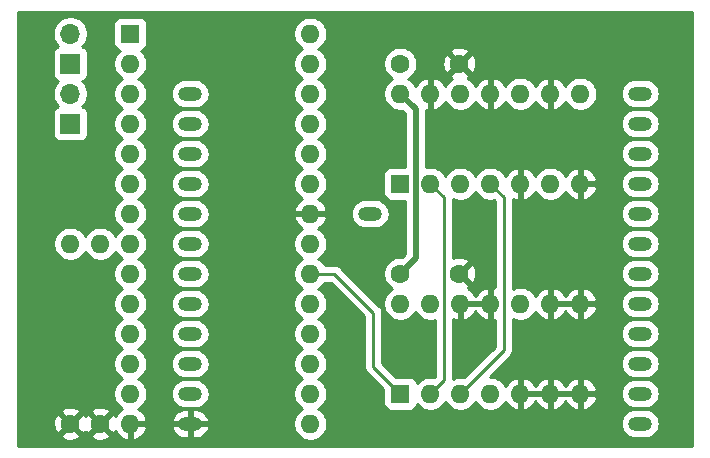
<source format=gbr>
%TF.GenerationSoftware,KiCad,Pcbnew,(5.1.9)-1*%
%TF.CreationDate,2021-07-20T08:15:42+01:00*%
%TF.ProjectId,romboard,726f6d62-6f61-4726-942e-6b696361645f,rev?*%
%TF.SameCoordinates,Original*%
%TF.FileFunction,Copper,L2,Bot*%
%TF.FilePolarity,Positive*%
%FSLAX46Y46*%
G04 Gerber Fmt 4.6, Leading zero omitted, Abs format (unit mm)*
G04 Created by KiCad (PCBNEW (5.1.9)-1) date 2021-07-20 08:15:42*
%MOMM*%
%LPD*%
G01*
G04 APERTURE LIST*
%TA.AperFunction,ComponentPad*%
%ADD10C,1.600000*%
%TD*%
%TA.AperFunction,ComponentPad*%
%ADD11O,1.600000X1.600000*%
%TD*%
%TA.AperFunction,ComponentPad*%
%ADD12R,1.600000X1.600000*%
%TD*%
%TA.AperFunction,ComponentPad*%
%ADD13O,2.000000X1.200000*%
%TD*%
%TA.AperFunction,ComponentPad*%
%ADD14O,1.700000X1.700000*%
%TD*%
%TA.AperFunction,ComponentPad*%
%ADD15R,1.700000X1.700000*%
%TD*%
%TA.AperFunction,Conductor*%
%ADD16C,0.500000*%
%TD*%
%TA.AperFunction,Conductor*%
%ADD17C,0.250000*%
%TD*%
%TA.AperFunction,Conductor*%
%ADD18C,0.254000*%
%TD*%
%TA.AperFunction,Conductor*%
%ADD19C,0.100000*%
%TD*%
G04 APERTURE END LIST*
D10*
%TO.P,C2,2*%
%TO.N,GND*%
X121149120Y-83822540D03*
%TO.P,C2,1*%
%TO.N,VCC*%
X116149120Y-83822540D03*
%TD*%
%TO.P,C1,2*%
%TO.N,GND*%
X121149120Y-66042540D03*
%TO.P,C1,1*%
%TO.N,VCC*%
X116149120Y-66042540D03*
%TD*%
D11*
%TO.P,U5,28*%
%TO.N,VCC*%
X108529120Y-63502540D03*
%TO.P,U5,14*%
%TO.N,GND*%
X93289120Y-96522540D03*
%TO.P,U5,27*%
%TO.N,Net-(J1-Pad2)*%
X108529120Y-66042540D03*
%TO.P,U5,13*%
%TO.N,/D2*%
X93289120Y-93982540D03*
%TO.P,U5,26*%
%TO.N,Net-(U1-Pad4)*%
X108529120Y-68582540D03*
%TO.P,U5,12*%
%TO.N,/D1*%
X93289120Y-91442540D03*
%TO.P,U5,25*%
%TO.N,/A8*%
X108529120Y-71122540D03*
%TO.P,U5,11*%
%TO.N,/D0*%
X93289120Y-88902540D03*
%TO.P,U5,24*%
%TO.N,/A9*%
X108529120Y-73662540D03*
%TO.P,U5,10*%
%TO.N,/A0*%
X93289120Y-86362540D03*
%TO.P,U5,23*%
%TO.N,/A11*%
X108529120Y-76202540D03*
%TO.P,U5,9*%
%TO.N,/A1*%
X93289120Y-83822540D03*
%TO.P,U5,22*%
%TO.N,GND*%
X108529120Y-78742540D03*
%TO.P,U5,8*%
%TO.N,/A2*%
X93289120Y-81282540D03*
%TO.P,U5,21*%
%TO.N,/A10*%
X108529120Y-81282540D03*
%TO.P,U5,7*%
%TO.N,/A3*%
X93289120Y-78742540D03*
%TO.P,U5,20*%
%TO.N,Net-(U2-Pad1)*%
X108529120Y-83822540D03*
%TO.P,U5,6*%
%TO.N,/A4*%
X93289120Y-76202540D03*
%TO.P,U5,19*%
%TO.N,/D7*%
X108529120Y-86362540D03*
%TO.P,U5,5*%
%TO.N,/A5*%
X93289120Y-73662540D03*
%TO.P,U5,18*%
%TO.N,/D6*%
X108529120Y-88902540D03*
%TO.P,U5,4*%
%TO.N,/A6*%
X93289120Y-71122540D03*
%TO.P,U5,17*%
%TO.N,/D5*%
X108529120Y-91442540D03*
%TO.P,U5,3*%
%TO.N,/A7*%
X93289120Y-68582540D03*
%TO.P,U5,16*%
%TO.N,/D4*%
X108529120Y-93982540D03*
%TO.P,U5,2*%
%TO.N,/A12*%
X93289120Y-66042540D03*
%TO.P,U5,15*%
%TO.N,/D3*%
X108529120Y-96522540D03*
D12*
%TO.P,U5,1*%
%TO.N,Net-(J2-Pad2)*%
X93289120Y-63502540D03*
%TD*%
D13*
%TO.P,U4,12*%
%TO.N,GND*%
X98369120Y-96532540D03*
%TO.P,U4,11*%
%TO.N,/D2*%
X98369120Y-93992540D03*
%TO.P,U4,10*%
%TO.N,/D1*%
X98369120Y-91452540D03*
%TO.P,U4,9*%
%TO.N,/D0*%
X98369120Y-88912540D03*
%TO.P,U4,8*%
%TO.N,/A0*%
X98369120Y-86372540D03*
%TO.P,U4,7*%
%TO.N,/A1*%
X98369120Y-83832540D03*
%TO.P,U4,6*%
%TO.N,/A2*%
X98369120Y-81292540D03*
%TO.P,U4,5*%
%TO.N,/A3*%
X98369120Y-78752540D03*
%TO.P,U4,20*%
%TO.N,Net-(U1-Pad1)*%
X113609120Y-78752540D03*
%TO.P,U4,4*%
%TO.N,/A4*%
X98369120Y-76212540D03*
%TO.P,U4,3*%
%TO.N,/A5*%
X98369120Y-73672540D03*
%TO.P,U4,2*%
%TO.N,/A6*%
X98369120Y-71132540D03*
%TO.P,U4,1*%
%TO.N,/A7*%
X98369120Y-68592540D03*
%TD*%
%TO.P,U3,13*%
%TO.N,/D3*%
X136469120Y-96512540D03*
%TO.P,U3,14*%
%TO.N,/D4*%
X136469120Y-93972540D03*
%TO.P,U3,15*%
%TO.N,/D5*%
X136469120Y-91432540D03*
%TO.P,U3,16*%
%TO.N,/D6*%
X136469120Y-88892540D03*
%TO.P,U3,17*%
%TO.N,/D7*%
X136469120Y-86352540D03*
%TO.P,U3,18*%
%TO.N,/A11*%
X136469120Y-83812540D03*
%TO.P,U3,19*%
%TO.N,/A10*%
X136469120Y-81272540D03*
%TO.P,U3,20*%
%TO.N,Net-(U1-Pad3)*%
X136469120Y-78732540D03*
%TO.P,U3,21*%
%TO.N,/A12*%
X136469120Y-76192540D03*
%TO.P,U3,22*%
%TO.N,/A9*%
X136469120Y-73652540D03*
%TO.P,U3,23*%
%TO.N,/A8*%
X136469120Y-71112540D03*
%TO.P,U3,24*%
%TO.N,VCC*%
X136469120Y-68572540D03*
%TD*%
D11*
%TO.P,U2,14*%
%TO.N,VCC*%
X116149120Y-86362540D03*
%TO.P,U2,7*%
%TO.N,GND*%
X131389120Y-93982540D03*
%TO.P,U2,13*%
%TO.N,Net-(U2-Pad13)*%
X118689120Y-86362540D03*
%TO.P,U2,6*%
%TO.N,GND*%
X128849120Y-93982540D03*
%TO.P,U2,12*%
X121229120Y-86362540D03*
%TO.P,U2,5*%
X126309120Y-93982540D03*
%TO.P,U2,11*%
X123769120Y-86362540D03*
%TO.P,U2,4*%
%TO.N,Net-(U2-Pad4)*%
X123769120Y-93982540D03*
%TO.P,U2,10*%
%TO.N,Net-(U2-Pad10)*%
X126309120Y-86362540D03*
%TO.P,U2,3*%
%TO.N,Net-(U1-Pad4)*%
X121229120Y-93982540D03*
%TO.P,U2,9*%
%TO.N,GND*%
X128849120Y-86362540D03*
%TO.P,U2,2*%
%TO.N,Net-(U1-Pad2)*%
X118689120Y-93982540D03*
%TO.P,U2,8*%
%TO.N,GND*%
X131389120Y-86362540D03*
D12*
%TO.P,U2,1*%
%TO.N,Net-(U2-Pad1)*%
X116149120Y-93982540D03*
%TD*%
D11*
%TO.P,U1,14*%
%TO.N,VCC*%
X116149120Y-68582540D03*
%TO.P,U1,7*%
%TO.N,GND*%
X131389120Y-76202540D03*
%TO.P,U1,13*%
X118689120Y-68582540D03*
%TO.P,U1,6*%
%TO.N,Net-(U1-Pad6)*%
X128849120Y-76202540D03*
%TO.P,U1,12*%
%TO.N,Net-(U1-Pad12)*%
X121229120Y-68582540D03*
%TO.P,U1,5*%
%TO.N,GND*%
X126309120Y-76202540D03*
%TO.P,U1,11*%
X123769120Y-68582540D03*
%TO.P,U1,4*%
%TO.N,Net-(U1-Pad4)*%
X123769120Y-76202540D03*
%TO.P,U1,10*%
%TO.N,Net-(U1-Pad10)*%
X126309120Y-68582540D03*
%TO.P,U1,3*%
%TO.N,Net-(U1-Pad3)*%
X121229120Y-76202540D03*
%TO.P,U1,9*%
%TO.N,GND*%
X128849120Y-68582540D03*
%TO.P,U1,2*%
%TO.N,Net-(U1-Pad2)*%
X118689120Y-76202540D03*
%TO.P,U1,8*%
%TO.N,Net-(U1-Pad8)*%
X131389120Y-68582540D03*
D12*
%TO.P,U1,1*%
%TO.N,Net-(U1-Pad1)*%
X116149120Y-76202540D03*
%TD*%
D11*
%TO.P,R2,2*%
%TO.N,Net-(J2-Pad2)*%
X88209120Y-81282540D03*
D10*
%TO.P,R2,1*%
%TO.N,GND*%
X88209120Y-96522540D03*
%TD*%
D11*
%TO.P,R1,2*%
%TO.N,Net-(J1-Pad2)*%
X90749120Y-81282540D03*
D10*
%TO.P,R1,1*%
%TO.N,GND*%
X90749120Y-96522540D03*
%TD*%
D14*
%TO.P,A15,2*%
%TO.N,Net-(J2-Pad2)*%
X88209120Y-63502540D03*
D15*
%TO.P,A15,1*%
%TO.N,VCC*%
X88209120Y-66042540D03*
%TD*%
D14*
%TO.P,A14,2*%
%TO.N,Net-(J1-Pad2)*%
X88209120Y-68582540D03*
D15*
%TO.P,A14,1*%
%TO.N,VCC*%
X88209120Y-71122540D03*
%TD*%
D16*
%TO.N,VCC*%
X117439119Y-82532541D02*
X116149120Y-83822540D01*
X117439119Y-69872539D02*
X117439119Y-82532541D01*
X116149120Y-68582540D02*
X117439119Y-69872539D01*
D17*
%TO.N,Net-(U1-Pad4)*%
X124894121Y-77327541D02*
X123769120Y-76202540D01*
X124894121Y-90317539D02*
X124894121Y-77327541D01*
X121229120Y-93982540D02*
X124894121Y-90317539D01*
%TO.N,Net-(U1-Pad2)*%
X119814121Y-92857539D02*
X118689120Y-93982540D01*
X119814121Y-77327541D02*
X119814121Y-92857539D01*
X118689120Y-76202540D02*
X119814121Y-77327541D01*
%TO.N,Net-(U2-Pad1)*%
X108529120Y-83822540D02*
X110561120Y-83822540D01*
X110561120Y-83822540D02*
X113863120Y-87124540D01*
X113863120Y-91696540D02*
X116149120Y-93982540D01*
X113863120Y-87124540D02*
X113863120Y-91696540D01*
%TD*%
D18*
%TO.N,GND*%
X140864121Y-98377540D02*
X83814120Y-98377540D01*
X83814120Y-97515242D01*
X87396023Y-97515242D01*
X87467606Y-97759211D01*
X87723116Y-97880111D01*
X87997304Y-97948840D01*
X88279632Y-97962757D01*
X88559250Y-97921327D01*
X88825412Y-97826143D01*
X88950634Y-97759211D01*
X89022217Y-97515242D01*
X89936023Y-97515242D01*
X90007606Y-97759211D01*
X90263116Y-97880111D01*
X90537304Y-97948840D01*
X90819632Y-97962757D01*
X91099250Y-97921327D01*
X91365412Y-97826143D01*
X91490634Y-97759211D01*
X91562217Y-97515242D01*
X90749120Y-96702145D01*
X89936023Y-97515242D01*
X89022217Y-97515242D01*
X88209120Y-96702145D01*
X87396023Y-97515242D01*
X83814120Y-97515242D01*
X83814120Y-96593052D01*
X86768903Y-96593052D01*
X86810333Y-96872670D01*
X86905517Y-97138832D01*
X86972449Y-97264054D01*
X87216418Y-97335637D01*
X88029515Y-96522540D01*
X88388725Y-96522540D01*
X89201822Y-97335637D01*
X89445791Y-97264054D01*
X89477091Y-97197904D01*
X89512449Y-97264054D01*
X89756418Y-97335637D01*
X90569515Y-96522540D01*
X89756418Y-95709443D01*
X89512449Y-95781026D01*
X89481149Y-95847176D01*
X89445791Y-95781026D01*
X89201822Y-95709443D01*
X88388725Y-96522540D01*
X88029515Y-96522540D01*
X87216418Y-95709443D01*
X86972449Y-95781026D01*
X86851549Y-96036536D01*
X86782820Y-96310724D01*
X86768903Y-96593052D01*
X83814120Y-96593052D01*
X83814120Y-95529838D01*
X87396023Y-95529838D01*
X88209120Y-96342935D01*
X89022217Y-95529838D01*
X89936023Y-95529838D01*
X90749120Y-96342935D01*
X91562217Y-95529838D01*
X91490634Y-95285869D01*
X91235124Y-95164969D01*
X90960936Y-95096240D01*
X90678608Y-95082323D01*
X90398990Y-95123753D01*
X90132828Y-95218937D01*
X90007606Y-95285869D01*
X89936023Y-95529838D01*
X89022217Y-95529838D01*
X88950634Y-95285869D01*
X88695124Y-95164969D01*
X88420936Y-95096240D01*
X88138608Y-95082323D01*
X87858990Y-95123753D01*
X87592828Y-95218937D01*
X87467606Y-95285869D01*
X87396023Y-95529838D01*
X83814120Y-95529838D01*
X83814120Y-81141205D01*
X86774120Y-81141205D01*
X86774120Y-81423875D01*
X86829267Y-81701114D01*
X86937440Y-81962267D01*
X87094483Y-82197299D01*
X87294361Y-82397177D01*
X87529393Y-82554220D01*
X87790546Y-82662393D01*
X88067785Y-82717540D01*
X88350455Y-82717540D01*
X88627694Y-82662393D01*
X88888847Y-82554220D01*
X89123879Y-82397177D01*
X89323757Y-82197299D01*
X89479120Y-81964781D01*
X89634483Y-82197299D01*
X89834361Y-82397177D01*
X90069393Y-82554220D01*
X90330546Y-82662393D01*
X90607785Y-82717540D01*
X90890455Y-82717540D01*
X91167694Y-82662393D01*
X91428847Y-82554220D01*
X91663879Y-82397177D01*
X91863757Y-82197299D01*
X92019120Y-81964781D01*
X92174483Y-82197299D01*
X92374361Y-82397177D01*
X92606879Y-82552540D01*
X92374361Y-82707903D01*
X92174483Y-82907781D01*
X92017440Y-83142813D01*
X91909267Y-83403966D01*
X91854120Y-83681205D01*
X91854120Y-83963875D01*
X91909267Y-84241114D01*
X92017440Y-84502267D01*
X92174483Y-84737299D01*
X92374361Y-84937177D01*
X92606879Y-85092540D01*
X92374361Y-85247903D01*
X92174483Y-85447781D01*
X92017440Y-85682813D01*
X91909267Y-85943966D01*
X91854120Y-86221205D01*
X91854120Y-86503875D01*
X91909267Y-86781114D01*
X92017440Y-87042267D01*
X92174483Y-87277299D01*
X92374361Y-87477177D01*
X92606879Y-87632540D01*
X92374361Y-87787903D01*
X92174483Y-87987781D01*
X92017440Y-88222813D01*
X91909267Y-88483966D01*
X91854120Y-88761205D01*
X91854120Y-89043875D01*
X91909267Y-89321114D01*
X92017440Y-89582267D01*
X92174483Y-89817299D01*
X92374361Y-90017177D01*
X92606879Y-90172540D01*
X92374361Y-90327903D01*
X92174483Y-90527781D01*
X92017440Y-90762813D01*
X91909267Y-91023966D01*
X91854120Y-91301205D01*
X91854120Y-91583875D01*
X91909267Y-91861114D01*
X92017440Y-92122267D01*
X92174483Y-92357299D01*
X92374361Y-92557177D01*
X92606879Y-92712540D01*
X92374361Y-92867903D01*
X92174483Y-93067781D01*
X92017440Y-93302813D01*
X91909267Y-93563966D01*
X91854120Y-93841205D01*
X91854120Y-94123875D01*
X91909267Y-94401114D01*
X92017440Y-94662267D01*
X92174483Y-94897299D01*
X92374361Y-95097177D01*
X92609393Y-95254220D01*
X92619985Y-95258607D01*
X92433989Y-95370155D01*
X92225601Y-95559126D01*
X92058083Y-95785120D01*
X92025184Y-95854726D01*
X91985791Y-95781026D01*
X91741822Y-95709443D01*
X90928725Y-96522540D01*
X91741822Y-97335637D01*
X91985791Y-97264054D01*
X92022925Y-97185575D01*
X92058083Y-97259960D01*
X92225601Y-97485954D01*
X92433989Y-97674925D01*
X92675239Y-97819610D01*
X92940080Y-97914449D01*
X93162120Y-97793164D01*
X93162120Y-96649540D01*
X93416120Y-96649540D01*
X93416120Y-97793164D01*
X93638160Y-97914449D01*
X93903001Y-97819610D01*
X94144251Y-97674925D01*
X94352639Y-97485954D01*
X94520157Y-97259960D01*
X94640366Y-97005627D01*
X94681024Y-96871579D01*
X94669251Y-96850149D01*
X96775658Y-96850149D01*
X96779529Y-96887822D01*
X96871699Y-97113073D01*
X97006042Y-97316014D01*
X97177395Y-97488847D01*
X97379174Y-97624930D01*
X97603624Y-97719033D01*
X97842120Y-97767540D01*
X98242120Y-97767540D01*
X98242120Y-96659540D01*
X98496120Y-96659540D01*
X98496120Y-97767540D01*
X98896120Y-97767540D01*
X99134616Y-97719033D01*
X99359066Y-97624930D01*
X99560845Y-97488847D01*
X99732198Y-97316014D01*
X99866541Y-97113073D01*
X99958711Y-96887822D01*
X99962582Y-96850149D01*
X99837851Y-96659540D01*
X98496120Y-96659540D01*
X98242120Y-96659540D01*
X96900389Y-96659540D01*
X96775658Y-96850149D01*
X94669251Y-96850149D01*
X94559035Y-96649540D01*
X93416120Y-96649540D01*
X93162120Y-96649540D01*
X93142120Y-96649540D01*
X93142120Y-96395540D01*
X93162120Y-96395540D01*
X93162120Y-96375540D01*
X93416120Y-96375540D01*
X93416120Y-96395540D01*
X94559035Y-96395540D01*
X94658262Y-96214931D01*
X96775658Y-96214931D01*
X96900389Y-96405540D01*
X98242120Y-96405540D01*
X98242120Y-95297540D01*
X98496120Y-95297540D01*
X98496120Y-96405540D01*
X99837851Y-96405540D01*
X99962582Y-96214931D01*
X99958711Y-96177258D01*
X99866541Y-95952007D01*
X99732198Y-95749066D01*
X99560845Y-95576233D01*
X99359066Y-95440150D01*
X99134616Y-95346047D01*
X98896120Y-95297540D01*
X98496120Y-95297540D01*
X98242120Y-95297540D01*
X97842120Y-95297540D01*
X97603624Y-95346047D01*
X97379174Y-95440150D01*
X97177395Y-95576233D01*
X97006042Y-95749066D01*
X96871699Y-95952007D01*
X96779529Y-96177258D01*
X96775658Y-96214931D01*
X94658262Y-96214931D01*
X94681024Y-96173501D01*
X94640366Y-96039453D01*
X94520157Y-95785120D01*
X94352639Y-95559126D01*
X94144251Y-95370155D01*
X93958255Y-95258607D01*
X93968847Y-95254220D01*
X94203879Y-95097177D01*
X94403757Y-94897299D01*
X94560800Y-94662267D01*
X94668973Y-94401114D01*
X94724120Y-94123875D01*
X94724120Y-93992540D01*
X96728145Y-93992540D01*
X96751990Y-94234642D01*
X96822609Y-94467441D01*
X96937287Y-94681989D01*
X97091618Y-94870042D01*
X97279671Y-95024373D01*
X97494219Y-95139051D01*
X97727018Y-95209670D01*
X97908455Y-95227540D01*
X98829785Y-95227540D01*
X99011222Y-95209670D01*
X99244021Y-95139051D01*
X99458569Y-95024373D01*
X99646622Y-94870042D01*
X99800953Y-94681989D01*
X99915631Y-94467441D01*
X99986250Y-94234642D01*
X100010095Y-93992540D01*
X99986250Y-93750438D01*
X99915631Y-93517639D01*
X99800953Y-93303091D01*
X99646622Y-93115038D01*
X99458569Y-92960707D01*
X99244021Y-92846029D01*
X99011222Y-92775410D01*
X98829785Y-92757540D01*
X97908455Y-92757540D01*
X97727018Y-92775410D01*
X97494219Y-92846029D01*
X97279671Y-92960707D01*
X97091618Y-93115038D01*
X96937287Y-93303091D01*
X96822609Y-93517639D01*
X96751990Y-93750438D01*
X96728145Y-93992540D01*
X94724120Y-93992540D01*
X94724120Y-93841205D01*
X94668973Y-93563966D01*
X94560800Y-93302813D01*
X94403757Y-93067781D01*
X94203879Y-92867903D01*
X93971361Y-92712540D01*
X94203879Y-92557177D01*
X94403757Y-92357299D01*
X94560800Y-92122267D01*
X94668973Y-91861114D01*
X94724120Y-91583875D01*
X94724120Y-91452540D01*
X96728145Y-91452540D01*
X96751990Y-91694642D01*
X96822609Y-91927441D01*
X96937287Y-92141989D01*
X97091618Y-92330042D01*
X97279671Y-92484373D01*
X97494219Y-92599051D01*
X97727018Y-92669670D01*
X97908455Y-92687540D01*
X98829785Y-92687540D01*
X99011222Y-92669670D01*
X99244021Y-92599051D01*
X99458569Y-92484373D01*
X99646622Y-92330042D01*
X99800953Y-92141989D01*
X99915631Y-91927441D01*
X99986250Y-91694642D01*
X100010095Y-91452540D01*
X99986250Y-91210438D01*
X99915631Y-90977639D01*
X99800953Y-90763091D01*
X99646622Y-90575038D01*
X99458569Y-90420707D01*
X99244021Y-90306029D01*
X99011222Y-90235410D01*
X98829785Y-90217540D01*
X97908455Y-90217540D01*
X97727018Y-90235410D01*
X97494219Y-90306029D01*
X97279671Y-90420707D01*
X97091618Y-90575038D01*
X96937287Y-90763091D01*
X96822609Y-90977639D01*
X96751990Y-91210438D01*
X96728145Y-91452540D01*
X94724120Y-91452540D01*
X94724120Y-91301205D01*
X94668973Y-91023966D01*
X94560800Y-90762813D01*
X94403757Y-90527781D01*
X94203879Y-90327903D01*
X93971361Y-90172540D01*
X94203879Y-90017177D01*
X94403757Y-89817299D01*
X94560800Y-89582267D01*
X94668973Y-89321114D01*
X94724120Y-89043875D01*
X94724120Y-88912540D01*
X96728145Y-88912540D01*
X96751990Y-89154642D01*
X96822609Y-89387441D01*
X96937287Y-89601989D01*
X97091618Y-89790042D01*
X97279671Y-89944373D01*
X97494219Y-90059051D01*
X97727018Y-90129670D01*
X97908455Y-90147540D01*
X98829785Y-90147540D01*
X99011222Y-90129670D01*
X99244021Y-90059051D01*
X99458569Y-89944373D01*
X99646622Y-89790042D01*
X99800953Y-89601989D01*
X99915631Y-89387441D01*
X99986250Y-89154642D01*
X100010095Y-88912540D01*
X99986250Y-88670438D01*
X99915631Y-88437639D01*
X99800953Y-88223091D01*
X99646622Y-88035038D01*
X99458569Y-87880707D01*
X99244021Y-87766029D01*
X99011222Y-87695410D01*
X98829785Y-87677540D01*
X97908455Y-87677540D01*
X97727018Y-87695410D01*
X97494219Y-87766029D01*
X97279671Y-87880707D01*
X97091618Y-88035038D01*
X96937287Y-88223091D01*
X96822609Y-88437639D01*
X96751990Y-88670438D01*
X96728145Y-88912540D01*
X94724120Y-88912540D01*
X94724120Y-88761205D01*
X94668973Y-88483966D01*
X94560800Y-88222813D01*
X94403757Y-87987781D01*
X94203879Y-87787903D01*
X93971361Y-87632540D01*
X94203879Y-87477177D01*
X94403757Y-87277299D01*
X94560800Y-87042267D01*
X94668973Y-86781114D01*
X94724120Y-86503875D01*
X94724120Y-86372540D01*
X96728145Y-86372540D01*
X96751990Y-86614642D01*
X96822609Y-86847441D01*
X96937287Y-87061989D01*
X97091618Y-87250042D01*
X97279671Y-87404373D01*
X97494219Y-87519051D01*
X97727018Y-87589670D01*
X97908455Y-87607540D01*
X98829785Y-87607540D01*
X99011222Y-87589670D01*
X99244021Y-87519051D01*
X99458569Y-87404373D01*
X99646622Y-87250042D01*
X99800953Y-87061989D01*
X99915631Y-86847441D01*
X99986250Y-86614642D01*
X100010095Y-86372540D01*
X99986250Y-86130438D01*
X99915631Y-85897639D01*
X99800953Y-85683091D01*
X99646622Y-85495038D01*
X99458569Y-85340707D01*
X99244021Y-85226029D01*
X99011222Y-85155410D01*
X98829785Y-85137540D01*
X97908455Y-85137540D01*
X97727018Y-85155410D01*
X97494219Y-85226029D01*
X97279671Y-85340707D01*
X97091618Y-85495038D01*
X96937287Y-85683091D01*
X96822609Y-85897639D01*
X96751990Y-86130438D01*
X96728145Y-86372540D01*
X94724120Y-86372540D01*
X94724120Y-86221205D01*
X94668973Y-85943966D01*
X94560800Y-85682813D01*
X94403757Y-85447781D01*
X94203879Y-85247903D01*
X93971361Y-85092540D01*
X94203879Y-84937177D01*
X94403757Y-84737299D01*
X94560800Y-84502267D01*
X94668973Y-84241114D01*
X94724120Y-83963875D01*
X94724120Y-83832540D01*
X96728145Y-83832540D01*
X96751990Y-84074642D01*
X96822609Y-84307441D01*
X96937287Y-84521989D01*
X97091618Y-84710042D01*
X97279671Y-84864373D01*
X97494219Y-84979051D01*
X97727018Y-85049670D01*
X97908455Y-85067540D01*
X98829785Y-85067540D01*
X99011222Y-85049670D01*
X99244021Y-84979051D01*
X99458569Y-84864373D01*
X99646622Y-84710042D01*
X99800953Y-84521989D01*
X99915631Y-84307441D01*
X99986250Y-84074642D01*
X100010095Y-83832540D01*
X99986250Y-83590438D01*
X99915631Y-83357639D01*
X99800953Y-83143091D01*
X99646622Y-82955038D01*
X99458569Y-82800707D01*
X99244021Y-82686029D01*
X99011222Y-82615410D01*
X98829785Y-82597540D01*
X97908455Y-82597540D01*
X97727018Y-82615410D01*
X97494219Y-82686029D01*
X97279671Y-82800707D01*
X97091618Y-82955038D01*
X96937287Y-83143091D01*
X96822609Y-83357639D01*
X96751990Y-83590438D01*
X96728145Y-83832540D01*
X94724120Y-83832540D01*
X94724120Y-83681205D01*
X94668973Y-83403966D01*
X94560800Y-83142813D01*
X94403757Y-82907781D01*
X94203879Y-82707903D01*
X93971361Y-82552540D01*
X94203879Y-82397177D01*
X94403757Y-82197299D01*
X94560800Y-81962267D01*
X94668973Y-81701114D01*
X94724120Y-81423875D01*
X94724120Y-81292540D01*
X96728145Y-81292540D01*
X96751990Y-81534642D01*
X96822609Y-81767441D01*
X96937287Y-81981989D01*
X97091618Y-82170042D01*
X97279671Y-82324373D01*
X97494219Y-82439051D01*
X97727018Y-82509670D01*
X97908455Y-82527540D01*
X98829785Y-82527540D01*
X99011222Y-82509670D01*
X99244021Y-82439051D01*
X99458569Y-82324373D01*
X99646622Y-82170042D01*
X99800953Y-81981989D01*
X99915631Y-81767441D01*
X99986250Y-81534642D01*
X100010095Y-81292540D01*
X99995190Y-81141205D01*
X107094120Y-81141205D01*
X107094120Y-81423875D01*
X107149267Y-81701114D01*
X107257440Y-81962267D01*
X107414483Y-82197299D01*
X107614361Y-82397177D01*
X107846879Y-82552540D01*
X107614361Y-82707903D01*
X107414483Y-82907781D01*
X107257440Y-83142813D01*
X107149267Y-83403966D01*
X107094120Y-83681205D01*
X107094120Y-83963875D01*
X107149267Y-84241114D01*
X107257440Y-84502267D01*
X107414483Y-84737299D01*
X107614361Y-84937177D01*
X107846879Y-85092540D01*
X107614361Y-85247903D01*
X107414483Y-85447781D01*
X107257440Y-85682813D01*
X107149267Y-85943966D01*
X107094120Y-86221205D01*
X107094120Y-86503875D01*
X107149267Y-86781114D01*
X107257440Y-87042267D01*
X107414483Y-87277299D01*
X107614361Y-87477177D01*
X107846879Y-87632540D01*
X107614361Y-87787903D01*
X107414483Y-87987781D01*
X107257440Y-88222813D01*
X107149267Y-88483966D01*
X107094120Y-88761205D01*
X107094120Y-89043875D01*
X107149267Y-89321114D01*
X107257440Y-89582267D01*
X107414483Y-89817299D01*
X107614361Y-90017177D01*
X107846879Y-90172540D01*
X107614361Y-90327903D01*
X107414483Y-90527781D01*
X107257440Y-90762813D01*
X107149267Y-91023966D01*
X107094120Y-91301205D01*
X107094120Y-91583875D01*
X107149267Y-91861114D01*
X107257440Y-92122267D01*
X107414483Y-92357299D01*
X107614361Y-92557177D01*
X107846879Y-92712540D01*
X107614361Y-92867903D01*
X107414483Y-93067781D01*
X107257440Y-93302813D01*
X107149267Y-93563966D01*
X107094120Y-93841205D01*
X107094120Y-94123875D01*
X107149267Y-94401114D01*
X107257440Y-94662267D01*
X107414483Y-94897299D01*
X107614361Y-95097177D01*
X107846879Y-95252540D01*
X107614361Y-95407903D01*
X107414483Y-95607781D01*
X107257440Y-95842813D01*
X107149267Y-96103966D01*
X107094120Y-96381205D01*
X107094120Y-96663875D01*
X107149267Y-96941114D01*
X107257440Y-97202267D01*
X107414483Y-97437299D01*
X107614361Y-97637177D01*
X107849393Y-97794220D01*
X108110546Y-97902393D01*
X108387785Y-97957540D01*
X108670455Y-97957540D01*
X108947694Y-97902393D01*
X109208847Y-97794220D01*
X109443879Y-97637177D01*
X109643757Y-97437299D01*
X109800800Y-97202267D01*
X109908973Y-96941114D01*
X109964120Y-96663875D01*
X109964120Y-96512540D01*
X134828145Y-96512540D01*
X134851990Y-96754642D01*
X134922609Y-96987441D01*
X135037287Y-97201989D01*
X135191618Y-97390042D01*
X135379671Y-97544373D01*
X135594219Y-97659051D01*
X135827018Y-97729670D01*
X136008455Y-97747540D01*
X136929785Y-97747540D01*
X137111222Y-97729670D01*
X137344021Y-97659051D01*
X137558569Y-97544373D01*
X137746622Y-97390042D01*
X137900953Y-97201989D01*
X138015631Y-96987441D01*
X138086250Y-96754642D01*
X138110095Y-96512540D01*
X138086250Y-96270438D01*
X138015631Y-96037639D01*
X137900953Y-95823091D01*
X137746622Y-95635038D01*
X137558569Y-95480707D01*
X137344021Y-95366029D01*
X137111222Y-95295410D01*
X136929785Y-95277540D01*
X136008455Y-95277540D01*
X135827018Y-95295410D01*
X135594219Y-95366029D01*
X135379671Y-95480707D01*
X135191618Y-95635038D01*
X135037287Y-95823091D01*
X134922609Y-96037639D01*
X134851990Y-96270438D01*
X134828145Y-96512540D01*
X109964120Y-96512540D01*
X109964120Y-96381205D01*
X109908973Y-96103966D01*
X109800800Y-95842813D01*
X109643757Y-95607781D01*
X109443879Y-95407903D01*
X109211361Y-95252540D01*
X109443879Y-95097177D01*
X109643757Y-94897299D01*
X109800800Y-94662267D01*
X109908973Y-94401114D01*
X109964120Y-94123875D01*
X109964120Y-93841205D01*
X109908973Y-93563966D01*
X109800800Y-93302813D01*
X109643757Y-93067781D01*
X109443879Y-92867903D01*
X109211361Y-92712540D01*
X109443879Y-92557177D01*
X109643757Y-92357299D01*
X109800800Y-92122267D01*
X109908973Y-91861114D01*
X109964120Y-91583875D01*
X109964120Y-91301205D01*
X109908973Y-91023966D01*
X109800800Y-90762813D01*
X109643757Y-90527781D01*
X109443879Y-90327903D01*
X109211361Y-90172540D01*
X109443879Y-90017177D01*
X109643757Y-89817299D01*
X109800800Y-89582267D01*
X109908973Y-89321114D01*
X109964120Y-89043875D01*
X109964120Y-88761205D01*
X109908973Y-88483966D01*
X109800800Y-88222813D01*
X109643757Y-87987781D01*
X109443879Y-87787903D01*
X109211361Y-87632540D01*
X109443879Y-87477177D01*
X109643757Y-87277299D01*
X109800800Y-87042267D01*
X109908973Y-86781114D01*
X109964120Y-86503875D01*
X109964120Y-86221205D01*
X109908973Y-85943966D01*
X109800800Y-85682813D01*
X109643757Y-85447781D01*
X109443879Y-85247903D01*
X109211361Y-85092540D01*
X109443879Y-84937177D01*
X109643757Y-84737299D01*
X109747163Y-84582540D01*
X110246319Y-84582540D01*
X113103120Y-87439342D01*
X113103121Y-91659208D01*
X113099444Y-91696540D01*
X113103121Y-91733873D01*
X113114118Y-91845526D01*
X113127300Y-91888982D01*
X113157574Y-91988786D01*
X113228146Y-92120816D01*
X113253733Y-92151993D01*
X113323120Y-92236541D01*
X113352118Y-92260339D01*
X114711048Y-93619270D01*
X114711048Y-94782540D01*
X114723308Y-94907022D01*
X114759618Y-95026720D01*
X114818583Y-95137034D01*
X114897935Y-95233725D01*
X114994626Y-95313077D01*
X115104940Y-95372042D01*
X115224638Y-95408352D01*
X115349120Y-95420612D01*
X116949120Y-95420612D01*
X117073602Y-95408352D01*
X117193300Y-95372042D01*
X117303614Y-95313077D01*
X117400305Y-95233725D01*
X117479657Y-95137034D01*
X117538622Y-95026720D01*
X117574932Y-94907022D01*
X117575763Y-94898579D01*
X117774361Y-95097177D01*
X118009393Y-95254220D01*
X118270546Y-95362393D01*
X118547785Y-95417540D01*
X118830455Y-95417540D01*
X119107694Y-95362393D01*
X119368847Y-95254220D01*
X119603879Y-95097177D01*
X119803757Y-94897299D01*
X119959120Y-94664781D01*
X120114483Y-94897299D01*
X120314361Y-95097177D01*
X120549393Y-95254220D01*
X120810546Y-95362393D01*
X121087785Y-95417540D01*
X121370455Y-95417540D01*
X121647694Y-95362393D01*
X121908847Y-95254220D01*
X122143879Y-95097177D01*
X122343757Y-94897299D01*
X122499120Y-94664781D01*
X122654483Y-94897299D01*
X122854361Y-95097177D01*
X123089393Y-95254220D01*
X123350546Y-95362393D01*
X123627785Y-95417540D01*
X123910455Y-95417540D01*
X124187694Y-95362393D01*
X124448847Y-95254220D01*
X124683879Y-95097177D01*
X124883757Y-94897299D01*
X125040800Y-94662267D01*
X125045187Y-94651675D01*
X125156735Y-94837671D01*
X125345706Y-95046059D01*
X125571700Y-95213577D01*
X125826033Y-95333786D01*
X125960081Y-95374444D01*
X126182120Y-95252455D01*
X126182120Y-94109540D01*
X126436120Y-94109540D01*
X126436120Y-95252455D01*
X126658159Y-95374444D01*
X126792207Y-95333786D01*
X127046540Y-95213577D01*
X127272534Y-95046059D01*
X127461505Y-94837671D01*
X127579120Y-94641558D01*
X127696735Y-94837671D01*
X127885706Y-95046059D01*
X128111700Y-95213577D01*
X128366033Y-95333786D01*
X128500081Y-95374444D01*
X128722120Y-95252455D01*
X128722120Y-94109540D01*
X128976120Y-94109540D01*
X128976120Y-95252455D01*
X129198159Y-95374444D01*
X129332207Y-95333786D01*
X129586540Y-95213577D01*
X129812534Y-95046059D01*
X130001505Y-94837671D01*
X130119120Y-94641558D01*
X130236735Y-94837671D01*
X130425706Y-95046059D01*
X130651700Y-95213577D01*
X130906033Y-95333786D01*
X131040081Y-95374444D01*
X131262120Y-95252455D01*
X131262120Y-94109540D01*
X131516120Y-94109540D01*
X131516120Y-95252455D01*
X131738159Y-95374444D01*
X131872207Y-95333786D01*
X132126540Y-95213577D01*
X132352534Y-95046059D01*
X132541505Y-94837671D01*
X132686190Y-94596421D01*
X132781029Y-94331580D01*
X132659744Y-94109540D01*
X131516120Y-94109540D01*
X131262120Y-94109540D01*
X128976120Y-94109540D01*
X128722120Y-94109540D01*
X126436120Y-94109540D01*
X126182120Y-94109540D01*
X126162120Y-94109540D01*
X126162120Y-93972540D01*
X134828145Y-93972540D01*
X134851990Y-94214642D01*
X134922609Y-94447441D01*
X135037287Y-94661989D01*
X135191618Y-94850042D01*
X135379671Y-95004373D01*
X135594219Y-95119051D01*
X135827018Y-95189670D01*
X136008455Y-95207540D01*
X136929785Y-95207540D01*
X137111222Y-95189670D01*
X137344021Y-95119051D01*
X137558569Y-95004373D01*
X137746622Y-94850042D01*
X137900953Y-94661989D01*
X138015631Y-94447441D01*
X138086250Y-94214642D01*
X138110095Y-93972540D01*
X138086250Y-93730438D01*
X138015631Y-93497639D01*
X137900953Y-93283091D01*
X137746622Y-93095038D01*
X137558569Y-92940707D01*
X137344021Y-92826029D01*
X137111222Y-92755410D01*
X136929785Y-92737540D01*
X136008455Y-92737540D01*
X135827018Y-92755410D01*
X135594219Y-92826029D01*
X135379671Y-92940707D01*
X135191618Y-93095038D01*
X135037287Y-93283091D01*
X134922609Y-93497639D01*
X134851990Y-93730438D01*
X134828145Y-93972540D01*
X126162120Y-93972540D01*
X126162120Y-93855540D01*
X126182120Y-93855540D01*
X126182120Y-92712625D01*
X126436120Y-92712625D01*
X126436120Y-93855540D01*
X128722120Y-93855540D01*
X128722120Y-92712625D01*
X128976120Y-92712625D01*
X128976120Y-93855540D01*
X131262120Y-93855540D01*
X131262120Y-92712625D01*
X131516120Y-92712625D01*
X131516120Y-93855540D01*
X132659744Y-93855540D01*
X132781029Y-93633500D01*
X132686190Y-93368659D01*
X132541505Y-93127409D01*
X132352534Y-92919021D01*
X132126540Y-92751503D01*
X131872207Y-92631294D01*
X131738159Y-92590636D01*
X131516120Y-92712625D01*
X131262120Y-92712625D01*
X131040081Y-92590636D01*
X130906033Y-92631294D01*
X130651700Y-92751503D01*
X130425706Y-92919021D01*
X130236735Y-93127409D01*
X130119120Y-93323522D01*
X130001505Y-93127409D01*
X129812534Y-92919021D01*
X129586540Y-92751503D01*
X129332207Y-92631294D01*
X129198159Y-92590636D01*
X128976120Y-92712625D01*
X128722120Y-92712625D01*
X128500081Y-92590636D01*
X128366033Y-92631294D01*
X128111700Y-92751503D01*
X127885706Y-92919021D01*
X127696735Y-93127409D01*
X127579120Y-93323522D01*
X127461505Y-93127409D01*
X127272534Y-92919021D01*
X127046540Y-92751503D01*
X126792207Y-92631294D01*
X126658159Y-92590636D01*
X126436120Y-92712625D01*
X126182120Y-92712625D01*
X125960081Y-92590636D01*
X125826033Y-92631294D01*
X125571700Y-92751503D01*
X125345706Y-92919021D01*
X125156735Y-93127409D01*
X125045187Y-93313405D01*
X125040800Y-93302813D01*
X124883757Y-93067781D01*
X124683879Y-92867903D01*
X124448847Y-92710860D01*
X124187694Y-92602687D01*
X123910455Y-92547540D01*
X123738922Y-92547540D01*
X124853922Y-91432540D01*
X134828145Y-91432540D01*
X134851990Y-91674642D01*
X134922609Y-91907441D01*
X135037287Y-92121989D01*
X135191618Y-92310042D01*
X135379671Y-92464373D01*
X135594219Y-92579051D01*
X135827018Y-92649670D01*
X136008455Y-92667540D01*
X136929785Y-92667540D01*
X137111222Y-92649670D01*
X137344021Y-92579051D01*
X137558569Y-92464373D01*
X137746622Y-92310042D01*
X137900953Y-92121989D01*
X138015631Y-91907441D01*
X138086250Y-91674642D01*
X138110095Y-91432540D01*
X138086250Y-91190438D01*
X138015631Y-90957639D01*
X137900953Y-90743091D01*
X137746622Y-90555038D01*
X137558569Y-90400707D01*
X137344021Y-90286029D01*
X137111222Y-90215410D01*
X136929785Y-90197540D01*
X136008455Y-90197540D01*
X135827018Y-90215410D01*
X135594219Y-90286029D01*
X135379671Y-90400707D01*
X135191618Y-90555038D01*
X135037287Y-90743091D01*
X134922609Y-90957639D01*
X134851990Y-91190438D01*
X134828145Y-91432540D01*
X124853922Y-91432540D01*
X125405125Y-90881337D01*
X125434122Y-90857540D01*
X125460453Y-90825456D01*
X125529095Y-90741816D01*
X125599667Y-90609786D01*
X125599667Y-90609785D01*
X125643124Y-90466525D01*
X125654121Y-90354872D01*
X125654121Y-90354863D01*
X125657797Y-90317540D01*
X125654121Y-90280217D01*
X125654121Y-88892540D01*
X134828145Y-88892540D01*
X134851990Y-89134642D01*
X134922609Y-89367441D01*
X135037287Y-89581989D01*
X135191618Y-89770042D01*
X135379671Y-89924373D01*
X135594219Y-90039051D01*
X135827018Y-90109670D01*
X136008455Y-90127540D01*
X136929785Y-90127540D01*
X137111222Y-90109670D01*
X137344021Y-90039051D01*
X137558569Y-89924373D01*
X137746622Y-89770042D01*
X137900953Y-89581989D01*
X138015631Y-89367441D01*
X138086250Y-89134642D01*
X138110095Y-88892540D01*
X138086250Y-88650438D01*
X138015631Y-88417639D01*
X137900953Y-88203091D01*
X137746622Y-88015038D01*
X137558569Y-87860707D01*
X137344021Y-87746029D01*
X137111222Y-87675410D01*
X136929785Y-87657540D01*
X136008455Y-87657540D01*
X135827018Y-87675410D01*
X135594219Y-87746029D01*
X135379671Y-87860707D01*
X135191618Y-88015038D01*
X135037287Y-88203091D01*
X134922609Y-88417639D01*
X134851990Y-88650438D01*
X134828145Y-88892540D01*
X125654121Y-88892540D01*
X125654121Y-87644463D01*
X125890546Y-87742393D01*
X126167785Y-87797540D01*
X126450455Y-87797540D01*
X126727694Y-87742393D01*
X126988847Y-87634220D01*
X127223879Y-87477177D01*
X127423757Y-87277299D01*
X127580800Y-87042267D01*
X127585187Y-87031675D01*
X127696735Y-87217671D01*
X127885706Y-87426059D01*
X128111700Y-87593577D01*
X128366033Y-87713786D01*
X128500081Y-87754444D01*
X128722120Y-87632455D01*
X128722120Y-86489540D01*
X128976120Y-86489540D01*
X128976120Y-87632455D01*
X129198159Y-87754444D01*
X129332207Y-87713786D01*
X129586540Y-87593577D01*
X129812534Y-87426059D01*
X130001505Y-87217671D01*
X130119120Y-87021558D01*
X130236735Y-87217671D01*
X130425706Y-87426059D01*
X130651700Y-87593577D01*
X130906033Y-87713786D01*
X131040081Y-87754444D01*
X131262120Y-87632455D01*
X131262120Y-86489540D01*
X131516120Y-86489540D01*
X131516120Y-87632455D01*
X131738159Y-87754444D01*
X131872207Y-87713786D01*
X132126540Y-87593577D01*
X132352534Y-87426059D01*
X132541505Y-87217671D01*
X132686190Y-86976421D01*
X132781029Y-86711580D01*
X132659744Y-86489540D01*
X131516120Y-86489540D01*
X131262120Y-86489540D01*
X128976120Y-86489540D01*
X128722120Y-86489540D01*
X128702120Y-86489540D01*
X128702120Y-86352540D01*
X134828145Y-86352540D01*
X134851990Y-86594642D01*
X134922609Y-86827441D01*
X135037287Y-87041989D01*
X135191618Y-87230042D01*
X135379671Y-87384373D01*
X135594219Y-87499051D01*
X135827018Y-87569670D01*
X136008455Y-87587540D01*
X136929785Y-87587540D01*
X137111222Y-87569670D01*
X137344021Y-87499051D01*
X137558569Y-87384373D01*
X137746622Y-87230042D01*
X137900953Y-87041989D01*
X138015631Y-86827441D01*
X138086250Y-86594642D01*
X138110095Y-86352540D01*
X138086250Y-86110438D01*
X138015631Y-85877639D01*
X137900953Y-85663091D01*
X137746622Y-85475038D01*
X137558569Y-85320707D01*
X137344021Y-85206029D01*
X137111222Y-85135410D01*
X136929785Y-85117540D01*
X136008455Y-85117540D01*
X135827018Y-85135410D01*
X135594219Y-85206029D01*
X135379671Y-85320707D01*
X135191618Y-85475038D01*
X135037287Y-85663091D01*
X134922609Y-85877639D01*
X134851990Y-86110438D01*
X134828145Y-86352540D01*
X128702120Y-86352540D01*
X128702120Y-86235540D01*
X128722120Y-86235540D01*
X128722120Y-85092625D01*
X128976120Y-85092625D01*
X128976120Y-86235540D01*
X131262120Y-86235540D01*
X131262120Y-85092625D01*
X131516120Y-85092625D01*
X131516120Y-86235540D01*
X132659744Y-86235540D01*
X132781029Y-86013500D01*
X132686190Y-85748659D01*
X132541505Y-85507409D01*
X132352534Y-85299021D01*
X132126540Y-85131503D01*
X131872207Y-85011294D01*
X131738159Y-84970636D01*
X131516120Y-85092625D01*
X131262120Y-85092625D01*
X131040081Y-84970636D01*
X130906033Y-85011294D01*
X130651700Y-85131503D01*
X130425706Y-85299021D01*
X130236735Y-85507409D01*
X130119120Y-85703522D01*
X130001505Y-85507409D01*
X129812534Y-85299021D01*
X129586540Y-85131503D01*
X129332207Y-85011294D01*
X129198159Y-84970636D01*
X128976120Y-85092625D01*
X128722120Y-85092625D01*
X128500081Y-84970636D01*
X128366033Y-85011294D01*
X128111700Y-85131503D01*
X127885706Y-85299021D01*
X127696735Y-85507409D01*
X127585187Y-85693405D01*
X127580800Y-85682813D01*
X127423757Y-85447781D01*
X127223879Y-85247903D01*
X126988847Y-85090860D01*
X126727694Y-84982687D01*
X126450455Y-84927540D01*
X126167785Y-84927540D01*
X125890546Y-84982687D01*
X125654121Y-85080617D01*
X125654121Y-83812540D01*
X134828145Y-83812540D01*
X134851990Y-84054642D01*
X134922609Y-84287441D01*
X135037287Y-84501989D01*
X135191618Y-84690042D01*
X135379671Y-84844373D01*
X135594219Y-84959051D01*
X135827018Y-85029670D01*
X136008455Y-85047540D01*
X136929785Y-85047540D01*
X137111222Y-85029670D01*
X137344021Y-84959051D01*
X137558569Y-84844373D01*
X137746622Y-84690042D01*
X137900953Y-84501989D01*
X138015631Y-84287441D01*
X138086250Y-84054642D01*
X138110095Y-83812540D01*
X138086250Y-83570438D01*
X138015631Y-83337639D01*
X137900953Y-83123091D01*
X137746622Y-82935038D01*
X137558569Y-82780707D01*
X137344021Y-82666029D01*
X137111222Y-82595410D01*
X136929785Y-82577540D01*
X136008455Y-82577540D01*
X135827018Y-82595410D01*
X135594219Y-82666029D01*
X135379671Y-82780707D01*
X135191618Y-82935038D01*
X135037287Y-83123091D01*
X134922609Y-83337639D01*
X134851990Y-83570438D01*
X134828145Y-83812540D01*
X125654121Y-83812540D01*
X125654121Y-81272540D01*
X134828145Y-81272540D01*
X134851990Y-81514642D01*
X134922609Y-81747441D01*
X135037287Y-81961989D01*
X135191618Y-82150042D01*
X135379671Y-82304373D01*
X135594219Y-82419051D01*
X135827018Y-82489670D01*
X136008455Y-82507540D01*
X136929785Y-82507540D01*
X137111222Y-82489670D01*
X137344021Y-82419051D01*
X137558569Y-82304373D01*
X137746622Y-82150042D01*
X137900953Y-81961989D01*
X138015631Y-81747441D01*
X138086250Y-81514642D01*
X138110095Y-81272540D01*
X138086250Y-81030438D01*
X138015631Y-80797639D01*
X137900953Y-80583091D01*
X137746622Y-80395038D01*
X137558569Y-80240707D01*
X137344021Y-80126029D01*
X137111222Y-80055410D01*
X136929785Y-80037540D01*
X136008455Y-80037540D01*
X135827018Y-80055410D01*
X135594219Y-80126029D01*
X135379671Y-80240707D01*
X135191618Y-80395038D01*
X135037287Y-80583091D01*
X134922609Y-80797639D01*
X134851990Y-81030438D01*
X134828145Y-81272540D01*
X125654121Y-81272540D01*
X125654121Y-78732540D01*
X134828145Y-78732540D01*
X134851990Y-78974642D01*
X134922609Y-79207441D01*
X135037287Y-79421989D01*
X135191618Y-79610042D01*
X135379671Y-79764373D01*
X135594219Y-79879051D01*
X135827018Y-79949670D01*
X136008455Y-79967540D01*
X136929785Y-79967540D01*
X137111222Y-79949670D01*
X137344021Y-79879051D01*
X137558569Y-79764373D01*
X137746622Y-79610042D01*
X137900953Y-79421989D01*
X138015631Y-79207441D01*
X138086250Y-78974642D01*
X138110095Y-78732540D01*
X138086250Y-78490438D01*
X138015631Y-78257639D01*
X137900953Y-78043091D01*
X137746622Y-77855038D01*
X137558569Y-77700707D01*
X137344021Y-77586029D01*
X137111222Y-77515410D01*
X136929785Y-77497540D01*
X136008455Y-77497540D01*
X135827018Y-77515410D01*
X135594219Y-77586029D01*
X135379671Y-77700707D01*
X135191618Y-77855038D01*
X135037287Y-78043091D01*
X134922609Y-78257639D01*
X134851990Y-78490438D01*
X134828145Y-78732540D01*
X125654121Y-78732540D01*
X125654121Y-77472533D01*
X125826033Y-77553786D01*
X125960081Y-77594444D01*
X126182120Y-77472455D01*
X126182120Y-76329540D01*
X126162120Y-76329540D01*
X126162120Y-76075540D01*
X126182120Y-76075540D01*
X126182120Y-74932625D01*
X126436120Y-74932625D01*
X126436120Y-76075540D01*
X126456120Y-76075540D01*
X126456120Y-76329540D01*
X126436120Y-76329540D01*
X126436120Y-77472455D01*
X126658159Y-77594444D01*
X126792207Y-77553786D01*
X127046540Y-77433577D01*
X127272534Y-77266059D01*
X127461505Y-77057671D01*
X127573053Y-76871675D01*
X127577440Y-76882267D01*
X127734483Y-77117299D01*
X127934361Y-77317177D01*
X128169393Y-77474220D01*
X128430546Y-77582393D01*
X128707785Y-77637540D01*
X128990455Y-77637540D01*
X129267694Y-77582393D01*
X129528847Y-77474220D01*
X129763879Y-77317177D01*
X129963757Y-77117299D01*
X130120800Y-76882267D01*
X130125187Y-76871675D01*
X130236735Y-77057671D01*
X130425706Y-77266059D01*
X130651700Y-77433577D01*
X130906033Y-77553786D01*
X131040081Y-77594444D01*
X131262120Y-77472455D01*
X131262120Y-76329540D01*
X131516120Y-76329540D01*
X131516120Y-77472455D01*
X131738159Y-77594444D01*
X131872207Y-77553786D01*
X132126540Y-77433577D01*
X132352534Y-77266059D01*
X132541505Y-77057671D01*
X132686190Y-76816421D01*
X132781029Y-76551580D01*
X132659744Y-76329540D01*
X131516120Y-76329540D01*
X131262120Y-76329540D01*
X131242120Y-76329540D01*
X131242120Y-76192540D01*
X134828145Y-76192540D01*
X134851990Y-76434642D01*
X134922609Y-76667441D01*
X135037287Y-76881989D01*
X135191618Y-77070042D01*
X135379671Y-77224373D01*
X135594219Y-77339051D01*
X135827018Y-77409670D01*
X136008455Y-77427540D01*
X136929785Y-77427540D01*
X137111222Y-77409670D01*
X137344021Y-77339051D01*
X137558569Y-77224373D01*
X137746622Y-77070042D01*
X137900953Y-76881989D01*
X138015631Y-76667441D01*
X138086250Y-76434642D01*
X138110095Y-76192540D01*
X138086250Y-75950438D01*
X138015631Y-75717639D01*
X137900953Y-75503091D01*
X137746622Y-75315038D01*
X137558569Y-75160707D01*
X137344021Y-75046029D01*
X137111222Y-74975410D01*
X136929785Y-74957540D01*
X136008455Y-74957540D01*
X135827018Y-74975410D01*
X135594219Y-75046029D01*
X135379671Y-75160707D01*
X135191618Y-75315038D01*
X135037287Y-75503091D01*
X134922609Y-75717639D01*
X134851990Y-75950438D01*
X134828145Y-76192540D01*
X131242120Y-76192540D01*
X131242120Y-76075540D01*
X131262120Y-76075540D01*
X131262120Y-74932625D01*
X131516120Y-74932625D01*
X131516120Y-76075540D01*
X132659744Y-76075540D01*
X132781029Y-75853500D01*
X132686190Y-75588659D01*
X132541505Y-75347409D01*
X132352534Y-75139021D01*
X132126540Y-74971503D01*
X131872207Y-74851294D01*
X131738159Y-74810636D01*
X131516120Y-74932625D01*
X131262120Y-74932625D01*
X131040081Y-74810636D01*
X130906033Y-74851294D01*
X130651700Y-74971503D01*
X130425706Y-75139021D01*
X130236735Y-75347409D01*
X130125187Y-75533405D01*
X130120800Y-75522813D01*
X129963757Y-75287781D01*
X129763879Y-75087903D01*
X129528847Y-74930860D01*
X129267694Y-74822687D01*
X128990455Y-74767540D01*
X128707785Y-74767540D01*
X128430546Y-74822687D01*
X128169393Y-74930860D01*
X127934361Y-75087903D01*
X127734483Y-75287781D01*
X127577440Y-75522813D01*
X127573053Y-75533405D01*
X127461505Y-75347409D01*
X127272534Y-75139021D01*
X127046540Y-74971503D01*
X126792207Y-74851294D01*
X126658159Y-74810636D01*
X126436120Y-74932625D01*
X126182120Y-74932625D01*
X125960081Y-74810636D01*
X125826033Y-74851294D01*
X125571700Y-74971503D01*
X125345706Y-75139021D01*
X125156735Y-75347409D01*
X125045187Y-75533405D01*
X125040800Y-75522813D01*
X124883757Y-75287781D01*
X124683879Y-75087903D01*
X124448847Y-74930860D01*
X124187694Y-74822687D01*
X123910455Y-74767540D01*
X123627785Y-74767540D01*
X123350546Y-74822687D01*
X123089393Y-74930860D01*
X122854361Y-75087903D01*
X122654483Y-75287781D01*
X122499120Y-75520299D01*
X122343757Y-75287781D01*
X122143879Y-75087903D01*
X121908847Y-74930860D01*
X121647694Y-74822687D01*
X121370455Y-74767540D01*
X121087785Y-74767540D01*
X120810546Y-74822687D01*
X120549393Y-74930860D01*
X120314361Y-75087903D01*
X120114483Y-75287781D01*
X119959120Y-75520299D01*
X119803757Y-75287781D01*
X119603879Y-75087903D01*
X119368847Y-74930860D01*
X119107694Y-74822687D01*
X118830455Y-74767540D01*
X118547785Y-74767540D01*
X118324119Y-74812031D01*
X118324119Y-73652540D01*
X134828145Y-73652540D01*
X134851990Y-73894642D01*
X134922609Y-74127441D01*
X135037287Y-74341989D01*
X135191618Y-74530042D01*
X135379671Y-74684373D01*
X135594219Y-74799051D01*
X135827018Y-74869670D01*
X136008455Y-74887540D01*
X136929785Y-74887540D01*
X137111222Y-74869670D01*
X137344021Y-74799051D01*
X137558569Y-74684373D01*
X137746622Y-74530042D01*
X137900953Y-74341989D01*
X138015631Y-74127441D01*
X138086250Y-73894642D01*
X138110095Y-73652540D01*
X138086250Y-73410438D01*
X138015631Y-73177639D01*
X137900953Y-72963091D01*
X137746622Y-72775038D01*
X137558569Y-72620707D01*
X137344021Y-72506029D01*
X137111222Y-72435410D01*
X136929785Y-72417540D01*
X136008455Y-72417540D01*
X135827018Y-72435410D01*
X135594219Y-72506029D01*
X135379671Y-72620707D01*
X135191618Y-72775038D01*
X135037287Y-72963091D01*
X134922609Y-73177639D01*
X134851990Y-73410438D01*
X134828145Y-73652540D01*
X118324119Y-73652540D01*
X118324119Y-71112540D01*
X134828145Y-71112540D01*
X134851990Y-71354642D01*
X134922609Y-71587441D01*
X135037287Y-71801989D01*
X135191618Y-71990042D01*
X135379671Y-72144373D01*
X135594219Y-72259051D01*
X135827018Y-72329670D01*
X136008455Y-72347540D01*
X136929785Y-72347540D01*
X137111222Y-72329670D01*
X137344021Y-72259051D01*
X137558569Y-72144373D01*
X137746622Y-71990042D01*
X137900953Y-71801989D01*
X138015631Y-71587441D01*
X138086250Y-71354642D01*
X138110095Y-71112540D01*
X138086250Y-70870438D01*
X138015631Y-70637639D01*
X137900953Y-70423091D01*
X137746622Y-70235038D01*
X137558569Y-70080707D01*
X137344021Y-69966029D01*
X137111222Y-69895410D01*
X136929785Y-69877540D01*
X136008455Y-69877540D01*
X135827018Y-69895410D01*
X135594219Y-69966029D01*
X135379671Y-70080707D01*
X135191618Y-70235038D01*
X135037287Y-70423091D01*
X134922609Y-70637639D01*
X134851990Y-70870438D01*
X134828145Y-71112540D01*
X118324119Y-71112540D01*
X118324119Y-69969603D01*
X118340081Y-69974444D01*
X118562120Y-69852455D01*
X118562120Y-68709540D01*
X118542120Y-68709540D01*
X118542120Y-68455540D01*
X118562120Y-68455540D01*
X118562120Y-67312625D01*
X118816120Y-67312625D01*
X118816120Y-68455540D01*
X118836120Y-68455540D01*
X118836120Y-68709540D01*
X118816120Y-68709540D01*
X118816120Y-69852455D01*
X119038159Y-69974444D01*
X119172207Y-69933786D01*
X119426540Y-69813577D01*
X119652534Y-69646059D01*
X119841505Y-69437671D01*
X119953053Y-69251675D01*
X119957440Y-69262267D01*
X120114483Y-69497299D01*
X120314361Y-69697177D01*
X120549393Y-69854220D01*
X120810546Y-69962393D01*
X121087785Y-70017540D01*
X121370455Y-70017540D01*
X121647694Y-69962393D01*
X121908847Y-69854220D01*
X122143879Y-69697177D01*
X122343757Y-69497299D01*
X122500800Y-69262267D01*
X122505187Y-69251675D01*
X122616735Y-69437671D01*
X122805706Y-69646059D01*
X123031700Y-69813577D01*
X123286033Y-69933786D01*
X123420081Y-69974444D01*
X123642120Y-69852455D01*
X123642120Y-68709540D01*
X123622120Y-68709540D01*
X123622120Y-68455540D01*
X123642120Y-68455540D01*
X123642120Y-67312625D01*
X123896120Y-67312625D01*
X123896120Y-68455540D01*
X123916120Y-68455540D01*
X123916120Y-68709540D01*
X123896120Y-68709540D01*
X123896120Y-69852455D01*
X124118159Y-69974444D01*
X124252207Y-69933786D01*
X124506540Y-69813577D01*
X124732534Y-69646059D01*
X124921505Y-69437671D01*
X125033053Y-69251675D01*
X125037440Y-69262267D01*
X125194483Y-69497299D01*
X125394361Y-69697177D01*
X125629393Y-69854220D01*
X125890546Y-69962393D01*
X126167785Y-70017540D01*
X126450455Y-70017540D01*
X126727694Y-69962393D01*
X126988847Y-69854220D01*
X127223879Y-69697177D01*
X127423757Y-69497299D01*
X127580800Y-69262267D01*
X127585187Y-69251675D01*
X127696735Y-69437671D01*
X127885706Y-69646059D01*
X128111700Y-69813577D01*
X128366033Y-69933786D01*
X128500081Y-69974444D01*
X128722120Y-69852455D01*
X128722120Y-68709540D01*
X128702120Y-68709540D01*
X128702120Y-68455540D01*
X128722120Y-68455540D01*
X128722120Y-67312625D01*
X128976120Y-67312625D01*
X128976120Y-68455540D01*
X128996120Y-68455540D01*
X128996120Y-68709540D01*
X128976120Y-68709540D01*
X128976120Y-69852455D01*
X129198159Y-69974444D01*
X129332207Y-69933786D01*
X129586540Y-69813577D01*
X129812534Y-69646059D01*
X130001505Y-69437671D01*
X130113053Y-69251675D01*
X130117440Y-69262267D01*
X130274483Y-69497299D01*
X130474361Y-69697177D01*
X130709393Y-69854220D01*
X130970546Y-69962393D01*
X131247785Y-70017540D01*
X131530455Y-70017540D01*
X131807694Y-69962393D01*
X132068847Y-69854220D01*
X132303879Y-69697177D01*
X132503757Y-69497299D01*
X132660800Y-69262267D01*
X132768973Y-69001114D01*
X132824120Y-68723875D01*
X132824120Y-68572540D01*
X134828145Y-68572540D01*
X134851990Y-68814642D01*
X134922609Y-69047441D01*
X135037287Y-69261989D01*
X135191618Y-69450042D01*
X135379671Y-69604373D01*
X135594219Y-69719051D01*
X135827018Y-69789670D01*
X136008455Y-69807540D01*
X136929785Y-69807540D01*
X137111222Y-69789670D01*
X137344021Y-69719051D01*
X137558569Y-69604373D01*
X137746622Y-69450042D01*
X137900953Y-69261989D01*
X138015631Y-69047441D01*
X138086250Y-68814642D01*
X138110095Y-68572540D01*
X138086250Y-68330438D01*
X138015631Y-68097639D01*
X137900953Y-67883091D01*
X137746622Y-67695038D01*
X137558569Y-67540707D01*
X137344021Y-67426029D01*
X137111222Y-67355410D01*
X136929785Y-67337540D01*
X136008455Y-67337540D01*
X135827018Y-67355410D01*
X135594219Y-67426029D01*
X135379671Y-67540707D01*
X135191618Y-67695038D01*
X135037287Y-67883091D01*
X134922609Y-68097639D01*
X134851990Y-68330438D01*
X134828145Y-68572540D01*
X132824120Y-68572540D01*
X132824120Y-68441205D01*
X132768973Y-68163966D01*
X132660800Y-67902813D01*
X132503757Y-67667781D01*
X132303879Y-67467903D01*
X132068847Y-67310860D01*
X131807694Y-67202687D01*
X131530455Y-67147540D01*
X131247785Y-67147540D01*
X130970546Y-67202687D01*
X130709393Y-67310860D01*
X130474361Y-67467903D01*
X130274483Y-67667781D01*
X130117440Y-67902813D01*
X130113053Y-67913405D01*
X130001505Y-67727409D01*
X129812534Y-67519021D01*
X129586540Y-67351503D01*
X129332207Y-67231294D01*
X129198159Y-67190636D01*
X128976120Y-67312625D01*
X128722120Y-67312625D01*
X128500081Y-67190636D01*
X128366033Y-67231294D01*
X128111700Y-67351503D01*
X127885706Y-67519021D01*
X127696735Y-67727409D01*
X127585187Y-67913405D01*
X127580800Y-67902813D01*
X127423757Y-67667781D01*
X127223879Y-67467903D01*
X126988847Y-67310860D01*
X126727694Y-67202687D01*
X126450455Y-67147540D01*
X126167785Y-67147540D01*
X125890546Y-67202687D01*
X125629393Y-67310860D01*
X125394361Y-67467903D01*
X125194483Y-67667781D01*
X125037440Y-67902813D01*
X125033053Y-67913405D01*
X124921505Y-67727409D01*
X124732534Y-67519021D01*
X124506540Y-67351503D01*
X124252207Y-67231294D01*
X124118159Y-67190636D01*
X123896120Y-67312625D01*
X123642120Y-67312625D01*
X123420081Y-67190636D01*
X123286033Y-67231294D01*
X123031700Y-67351503D01*
X122805706Y-67519021D01*
X122616735Y-67727409D01*
X122505187Y-67913405D01*
X122500800Y-67902813D01*
X122343757Y-67667781D01*
X122143879Y-67467903D01*
X121908847Y-67310860D01*
X121865226Y-67292792D01*
X121890634Y-67279211D01*
X121962217Y-67035242D01*
X121149120Y-66222145D01*
X120336023Y-67035242D01*
X120407606Y-67279211D01*
X120518342Y-67331608D01*
X120314361Y-67467903D01*
X120114483Y-67667781D01*
X119957440Y-67902813D01*
X119953053Y-67913405D01*
X119841505Y-67727409D01*
X119652534Y-67519021D01*
X119426540Y-67351503D01*
X119172207Y-67231294D01*
X119038159Y-67190636D01*
X118816120Y-67312625D01*
X118562120Y-67312625D01*
X118340081Y-67190636D01*
X118206033Y-67231294D01*
X117951700Y-67351503D01*
X117725706Y-67519021D01*
X117536735Y-67727409D01*
X117425187Y-67913405D01*
X117420800Y-67902813D01*
X117263757Y-67667781D01*
X117063879Y-67467903D01*
X116831361Y-67312540D01*
X117063879Y-67157177D01*
X117263757Y-66957299D01*
X117420800Y-66722267D01*
X117528973Y-66461114D01*
X117584120Y-66183875D01*
X117584120Y-66113052D01*
X119708903Y-66113052D01*
X119750333Y-66392670D01*
X119845517Y-66658832D01*
X119912449Y-66784054D01*
X120156418Y-66855637D01*
X120969515Y-66042540D01*
X121328725Y-66042540D01*
X122141822Y-66855637D01*
X122385791Y-66784054D01*
X122506691Y-66528544D01*
X122575420Y-66254356D01*
X122589337Y-65972028D01*
X122547907Y-65692410D01*
X122452723Y-65426248D01*
X122385791Y-65301026D01*
X122141822Y-65229443D01*
X121328725Y-66042540D01*
X120969515Y-66042540D01*
X120156418Y-65229443D01*
X119912449Y-65301026D01*
X119791549Y-65556536D01*
X119722820Y-65830724D01*
X119708903Y-66113052D01*
X117584120Y-66113052D01*
X117584120Y-65901205D01*
X117528973Y-65623966D01*
X117420800Y-65362813D01*
X117263757Y-65127781D01*
X117185814Y-65049838D01*
X120336023Y-65049838D01*
X121149120Y-65862935D01*
X121962217Y-65049838D01*
X121890634Y-64805869D01*
X121635124Y-64684969D01*
X121360936Y-64616240D01*
X121078608Y-64602323D01*
X120798990Y-64643753D01*
X120532828Y-64738937D01*
X120407606Y-64805869D01*
X120336023Y-65049838D01*
X117185814Y-65049838D01*
X117063879Y-64927903D01*
X116828847Y-64770860D01*
X116567694Y-64662687D01*
X116290455Y-64607540D01*
X116007785Y-64607540D01*
X115730546Y-64662687D01*
X115469393Y-64770860D01*
X115234361Y-64927903D01*
X115034483Y-65127781D01*
X114877440Y-65362813D01*
X114769267Y-65623966D01*
X114714120Y-65901205D01*
X114714120Y-66183875D01*
X114769267Y-66461114D01*
X114877440Y-66722267D01*
X115034483Y-66957299D01*
X115234361Y-67157177D01*
X115466879Y-67312540D01*
X115234361Y-67467903D01*
X115034483Y-67667781D01*
X114877440Y-67902813D01*
X114769267Y-68163966D01*
X114714120Y-68441205D01*
X114714120Y-68723875D01*
X114769267Y-69001114D01*
X114877440Y-69262267D01*
X115034483Y-69497299D01*
X115234361Y-69697177D01*
X115469393Y-69854220D01*
X115730546Y-69962393D01*
X116007785Y-70017540D01*
X116290455Y-70017540D01*
X116325559Y-70010557D01*
X116554119Y-70239118D01*
X116554119Y-74764468D01*
X115349120Y-74764468D01*
X115224638Y-74776728D01*
X115104940Y-74813038D01*
X114994626Y-74872003D01*
X114897935Y-74951355D01*
X114818583Y-75048046D01*
X114759618Y-75158360D01*
X114723308Y-75278058D01*
X114711048Y-75402540D01*
X114711048Y-77002540D01*
X114723308Y-77127022D01*
X114759618Y-77246720D01*
X114818583Y-77357034D01*
X114897935Y-77453725D01*
X114994626Y-77533077D01*
X115104940Y-77592042D01*
X115224638Y-77628352D01*
X115349120Y-77640612D01*
X116554120Y-77640612D01*
X116554120Y-82165961D01*
X116325559Y-82394523D01*
X116290455Y-82387540D01*
X116007785Y-82387540D01*
X115730546Y-82442687D01*
X115469393Y-82550860D01*
X115234361Y-82707903D01*
X115034483Y-82907781D01*
X114877440Y-83142813D01*
X114769267Y-83403966D01*
X114714120Y-83681205D01*
X114714120Y-83963875D01*
X114769267Y-84241114D01*
X114877440Y-84502267D01*
X115034483Y-84737299D01*
X115234361Y-84937177D01*
X115466879Y-85092540D01*
X115234361Y-85247903D01*
X115034483Y-85447781D01*
X114877440Y-85682813D01*
X114769267Y-85943966D01*
X114714120Y-86221205D01*
X114714120Y-86503875D01*
X114769267Y-86781114D01*
X114877440Y-87042267D01*
X115034483Y-87277299D01*
X115234361Y-87477177D01*
X115469393Y-87634220D01*
X115730546Y-87742393D01*
X116007785Y-87797540D01*
X116290455Y-87797540D01*
X116567694Y-87742393D01*
X116828847Y-87634220D01*
X117063879Y-87477177D01*
X117263757Y-87277299D01*
X117419120Y-87044781D01*
X117574483Y-87277299D01*
X117774361Y-87477177D01*
X118009393Y-87634220D01*
X118270546Y-87742393D01*
X118547785Y-87797540D01*
X118830455Y-87797540D01*
X119054122Y-87753049D01*
X119054122Y-92542736D01*
X119013006Y-92583852D01*
X118830455Y-92547540D01*
X118547785Y-92547540D01*
X118270546Y-92602687D01*
X118009393Y-92710860D01*
X117774361Y-92867903D01*
X117575763Y-93066501D01*
X117574932Y-93058058D01*
X117538622Y-92938360D01*
X117479657Y-92828046D01*
X117400305Y-92731355D01*
X117303614Y-92652003D01*
X117193300Y-92593038D01*
X117073602Y-92556728D01*
X116949120Y-92544468D01*
X115785850Y-92544468D01*
X114623120Y-91381739D01*
X114623120Y-87161862D01*
X114626796Y-87124539D01*
X114623120Y-87087216D01*
X114623120Y-87087207D01*
X114612123Y-86975554D01*
X114568666Y-86832293D01*
X114498094Y-86700264D01*
X114403121Y-86584539D01*
X114374124Y-86560742D01*
X111124924Y-83311543D01*
X111101121Y-83282539D01*
X110985396Y-83187566D01*
X110853367Y-83116994D01*
X110710106Y-83073537D01*
X110598453Y-83062540D01*
X110598442Y-83062540D01*
X110561120Y-83058864D01*
X110523798Y-83062540D01*
X109747163Y-83062540D01*
X109643757Y-82907781D01*
X109443879Y-82707903D01*
X109211361Y-82552540D01*
X109443879Y-82397177D01*
X109643757Y-82197299D01*
X109800800Y-81962267D01*
X109908973Y-81701114D01*
X109964120Y-81423875D01*
X109964120Y-81141205D01*
X109908973Y-80863966D01*
X109800800Y-80602813D01*
X109643757Y-80367781D01*
X109443879Y-80167903D01*
X109208847Y-80010860D01*
X109198255Y-80006473D01*
X109384251Y-79894925D01*
X109592639Y-79705954D01*
X109760157Y-79479960D01*
X109880366Y-79225627D01*
X109921024Y-79091579D01*
X109799035Y-78869540D01*
X108656120Y-78869540D01*
X108656120Y-78889540D01*
X108402120Y-78889540D01*
X108402120Y-78869540D01*
X107259205Y-78869540D01*
X107137216Y-79091579D01*
X107177874Y-79225627D01*
X107298083Y-79479960D01*
X107465601Y-79705954D01*
X107673989Y-79894925D01*
X107859985Y-80006473D01*
X107849393Y-80010860D01*
X107614361Y-80167903D01*
X107414483Y-80367781D01*
X107257440Y-80602813D01*
X107149267Y-80863966D01*
X107094120Y-81141205D01*
X99995190Y-81141205D01*
X99986250Y-81050438D01*
X99915631Y-80817639D01*
X99800953Y-80603091D01*
X99646622Y-80415038D01*
X99458569Y-80260707D01*
X99244021Y-80146029D01*
X99011222Y-80075410D01*
X98829785Y-80057540D01*
X97908455Y-80057540D01*
X97727018Y-80075410D01*
X97494219Y-80146029D01*
X97279671Y-80260707D01*
X97091618Y-80415038D01*
X96937287Y-80603091D01*
X96822609Y-80817639D01*
X96751990Y-81050438D01*
X96728145Y-81292540D01*
X94724120Y-81292540D01*
X94724120Y-81141205D01*
X94668973Y-80863966D01*
X94560800Y-80602813D01*
X94403757Y-80367781D01*
X94203879Y-80167903D01*
X93971361Y-80012540D01*
X94203879Y-79857177D01*
X94403757Y-79657299D01*
X94560800Y-79422267D01*
X94668973Y-79161114D01*
X94724120Y-78883875D01*
X94724120Y-78752540D01*
X96728145Y-78752540D01*
X96751990Y-78994642D01*
X96822609Y-79227441D01*
X96937287Y-79441989D01*
X97091618Y-79630042D01*
X97279671Y-79784373D01*
X97494219Y-79899051D01*
X97727018Y-79969670D01*
X97908455Y-79987540D01*
X98829785Y-79987540D01*
X99011222Y-79969670D01*
X99244021Y-79899051D01*
X99458569Y-79784373D01*
X99646622Y-79630042D01*
X99800953Y-79441989D01*
X99915631Y-79227441D01*
X99986250Y-78994642D01*
X100010095Y-78752540D01*
X111968145Y-78752540D01*
X111991990Y-78994642D01*
X112062609Y-79227441D01*
X112177287Y-79441989D01*
X112331618Y-79630042D01*
X112519671Y-79784373D01*
X112734219Y-79899051D01*
X112967018Y-79969670D01*
X113148455Y-79987540D01*
X114069785Y-79987540D01*
X114251222Y-79969670D01*
X114484021Y-79899051D01*
X114698569Y-79784373D01*
X114886622Y-79630042D01*
X115040953Y-79441989D01*
X115155631Y-79227441D01*
X115226250Y-78994642D01*
X115250095Y-78752540D01*
X115226250Y-78510438D01*
X115155631Y-78277639D01*
X115040953Y-78063091D01*
X114886622Y-77875038D01*
X114698569Y-77720707D01*
X114484021Y-77606029D01*
X114251222Y-77535410D01*
X114069785Y-77517540D01*
X113148455Y-77517540D01*
X112967018Y-77535410D01*
X112734219Y-77606029D01*
X112519671Y-77720707D01*
X112331618Y-77875038D01*
X112177287Y-78063091D01*
X112062609Y-78277639D01*
X111991990Y-78510438D01*
X111968145Y-78752540D01*
X100010095Y-78752540D01*
X99986250Y-78510438D01*
X99915631Y-78277639D01*
X99800953Y-78063091D01*
X99646622Y-77875038D01*
X99458569Y-77720707D01*
X99244021Y-77606029D01*
X99011222Y-77535410D01*
X98829785Y-77517540D01*
X97908455Y-77517540D01*
X97727018Y-77535410D01*
X97494219Y-77606029D01*
X97279671Y-77720707D01*
X97091618Y-77875038D01*
X96937287Y-78063091D01*
X96822609Y-78277639D01*
X96751990Y-78510438D01*
X96728145Y-78752540D01*
X94724120Y-78752540D01*
X94724120Y-78601205D01*
X94668973Y-78323966D01*
X94560800Y-78062813D01*
X94403757Y-77827781D01*
X94203879Y-77627903D01*
X93971361Y-77472540D01*
X94203879Y-77317177D01*
X94403757Y-77117299D01*
X94560800Y-76882267D01*
X94668973Y-76621114D01*
X94724120Y-76343875D01*
X94724120Y-76212540D01*
X96728145Y-76212540D01*
X96751990Y-76454642D01*
X96822609Y-76687441D01*
X96937287Y-76901989D01*
X97091618Y-77090042D01*
X97279671Y-77244373D01*
X97494219Y-77359051D01*
X97727018Y-77429670D01*
X97908455Y-77447540D01*
X98829785Y-77447540D01*
X99011222Y-77429670D01*
X99244021Y-77359051D01*
X99458569Y-77244373D01*
X99646622Y-77090042D01*
X99800953Y-76901989D01*
X99915631Y-76687441D01*
X99986250Y-76454642D01*
X100010095Y-76212540D01*
X99986250Y-75970438D01*
X99915631Y-75737639D01*
X99800953Y-75523091D01*
X99646622Y-75335038D01*
X99458569Y-75180707D01*
X99244021Y-75066029D01*
X99011222Y-74995410D01*
X98829785Y-74977540D01*
X97908455Y-74977540D01*
X97727018Y-74995410D01*
X97494219Y-75066029D01*
X97279671Y-75180707D01*
X97091618Y-75335038D01*
X96937287Y-75523091D01*
X96822609Y-75737639D01*
X96751990Y-75970438D01*
X96728145Y-76212540D01*
X94724120Y-76212540D01*
X94724120Y-76061205D01*
X94668973Y-75783966D01*
X94560800Y-75522813D01*
X94403757Y-75287781D01*
X94203879Y-75087903D01*
X93971361Y-74932540D01*
X94203879Y-74777177D01*
X94403757Y-74577299D01*
X94560800Y-74342267D01*
X94668973Y-74081114D01*
X94724120Y-73803875D01*
X94724120Y-73672540D01*
X96728145Y-73672540D01*
X96751990Y-73914642D01*
X96822609Y-74147441D01*
X96937287Y-74361989D01*
X97091618Y-74550042D01*
X97279671Y-74704373D01*
X97494219Y-74819051D01*
X97727018Y-74889670D01*
X97908455Y-74907540D01*
X98829785Y-74907540D01*
X99011222Y-74889670D01*
X99244021Y-74819051D01*
X99458569Y-74704373D01*
X99646622Y-74550042D01*
X99800953Y-74361989D01*
X99915631Y-74147441D01*
X99986250Y-73914642D01*
X100010095Y-73672540D01*
X99986250Y-73430438D01*
X99915631Y-73197639D01*
X99800953Y-72983091D01*
X99646622Y-72795038D01*
X99458569Y-72640707D01*
X99244021Y-72526029D01*
X99011222Y-72455410D01*
X98829785Y-72437540D01*
X97908455Y-72437540D01*
X97727018Y-72455410D01*
X97494219Y-72526029D01*
X97279671Y-72640707D01*
X97091618Y-72795038D01*
X96937287Y-72983091D01*
X96822609Y-73197639D01*
X96751990Y-73430438D01*
X96728145Y-73672540D01*
X94724120Y-73672540D01*
X94724120Y-73521205D01*
X94668973Y-73243966D01*
X94560800Y-72982813D01*
X94403757Y-72747781D01*
X94203879Y-72547903D01*
X93971361Y-72392540D01*
X94203879Y-72237177D01*
X94403757Y-72037299D01*
X94560800Y-71802267D01*
X94668973Y-71541114D01*
X94724120Y-71263875D01*
X94724120Y-71132540D01*
X96728145Y-71132540D01*
X96751990Y-71374642D01*
X96822609Y-71607441D01*
X96937287Y-71821989D01*
X97091618Y-72010042D01*
X97279671Y-72164373D01*
X97494219Y-72279051D01*
X97727018Y-72349670D01*
X97908455Y-72367540D01*
X98829785Y-72367540D01*
X99011222Y-72349670D01*
X99244021Y-72279051D01*
X99458569Y-72164373D01*
X99646622Y-72010042D01*
X99800953Y-71821989D01*
X99915631Y-71607441D01*
X99986250Y-71374642D01*
X100010095Y-71132540D01*
X99986250Y-70890438D01*
X99915631Y-70657639D01*
X99800953Y-70443091D01*
X99646622Y-70255038D01*
X99458569Y-70100707D01*
X99244021Y-69986029D01*
X99011222Y-69915410D01*
X98829785Y-69897540D01*
X97908455Y-69897540D01*
X97727018Y-69915410D01*
X97494219Y-69986029D01*
X97279671Y-70100707D01*
X97091618Y-70255038D01*
X96937287Y-70443091D01*
X96822609Y-70657639D01*
X96751990Y-70890438D01*
X96728145Y-71132540D01*
X94724120Y-71132540D01*
X94724120Y-70981205D01*
X94668973Y-70703966D01*
X94560800Y-70442813D01*
X94403757Y-70207781D01*
X94203879Y-70007903D01*
X93971361Y-69852540D01*
X94203879Y-69697177D01*
X94403757Y-69497299D01*
X94560800Y-69262267D01*
X94668973Y-69001114D01*
X94724120Y-68723875D01*
X94724120Y-68592540D01*
X96728145Y-68592540D01*
X96751990Y-68834642D01*
X96822609Y-69067441D01*
X96937287Y-69281989D01*
X97091618Y-69470042D01*
X97279671Y-69624373D01*
X97494219Y-69739051D01*
X97727018Y-69809670D01*
X97908455Y-69827540D01*
X98829785Y-69827540D01*
X99011222Y-69809670D01*
X99244021Y-69739051D01*
X99458569Y-69624373D01*
X99646622Y-69470042D01*
X99800953Y-69281989D01*
X99915631Y-69067441D01*
X99986250Y-68834642D01*
X100010095Y-68592540D01*
X99986250Y-68350438D01*
X99915631Y-68117639D01*
X99800953Y-67903091D01*
X99646622Y-67715038D01*
X99458569Y-67560707D01*
X99244021Y-67446029D01*
X99011222Y-67375410D01*
X98829785Y-67357540D01*
X97908455Y-67357540D01*
X97727018Y-67375410D01*
X97494219Y-67446029D01*
X97279671Y-67560707D01*
X97091618Y-67715038D01*
X96937287Y-67903091D01*
X96822609Y-68117639D01*
X96751990Y-68350438D01*
X96728145Y-68592540D01*
X94724120Y-68592540D01*
X94724120Y-68441205D01*
X94668973Y-68163966D01*
X94560800Y-67902813D01*
X94403757Y-67667781D01*
X94203879Y-67467903D01*
X93971361Y-67312540D01*
X94203879Y-67157177D01*
X94403757Y-66957299D01*
X94560800Y-66722267D01*
X94668973Y-66461114D01*
X94724120Y-66183875D01*
X94724120Y-65901205D01*
X94668973Y-65623966D01*
X94560800Y-65362813D01*
X94403757Y-65127781D01*
X94205159Y-64929183D01*
X94213602Y-64928352D01*
X94333300Y-64892042D01*
X94443614Y-64833077D01*
X94540305Y-64753725D01*
X94619657Y-64657034D01*
X94678622Y-64546720D01*
X94714932Y-64427022D01*
X94727192Y-64302540D01*
X94727192Y-63361205D01*
X107094120Y-63361205D01*
X107094120Y-63643875D01*
X107149267Y-63921114D01*
X107257440Y-64182267D01*
X107414483Y-64417299D01*
X107614361Y-64617177D01*
X107846879Y-64772540D01*
X107614361Y-64927903D01*
X107414483Y-65127781D01*
X107257440Y-65362813D01*
X107149267Y-65623966D01*
X107094120Y-65901205D01*
X107094120Y-66183875D01*
X107149267Y-66461114D01*
X107257440Y-66722267D01*
X107414483Y-66957299D01*
X107614361Y-67157177D01*
X107846879Y-67312540D01*
X107614361Y-67467903D01*
X107414483Y-67667781D01*
X107257440Y-67902813D01*
X107149267Y-68163966D01*
X107094120Y-68441205D01*
X107094120Y-68723875D01*
X107149267Y-69001114D01*
X107257440Y-69262267D01*
X107414483Y-69497299D01*
X107614361Y-69697177D01*
X107846879Y-69852540D01*
X107614361Y-70007903D01*
X107414483Y-70207781D01*
X107257440Y-70442813D01*
X107149267Y-70703966D01*
X107094120Y-70981205D01*
X107094120Y-71263875D01*
X107149267Y-71541114D01*
X107257440Y-71802267D01*
X107414483Y-72037299D01*
X107614361Y-72237177D01*
X107846879Y-72392540D01*
X107614361Y-72547903D01*
X107414483Y-72747781D01*
X107257440Y-72982813D01*
X107149267Y-73243966D01*
X107094120Y-73521205D01*
X107094120Y-73803875D01*
X107149267Y-74081114D01*
X107257440Y-74342267D01*
X107414483Y-74577299D01*
X107614361Y-74777177D01*
X107846879Y-74932540D01*
X107614361Y-75087903D01*
X107414483Y-75287781D01*
X107257440Y-75522813D01*
X107149267Y-75783966D01*
X107094120Y-76061205D01*
X107094120Y-76343875D01*
X107149267Y-76621114D01*
X107257440Y-76882267D01*
X107414483Y-77117299D01*
X107614361Y-77317177D01*
X107849393Y-77474220D01*
X107859985Y-77478607D01*
X107673989Y-77590155D01*
X107465601Y-77779126D01*
X107298083Y-78005120D01*
X107177874Y-78259453D01*
X107137216Y-78393501D01*
X107259205Y-78615540D01*
X108402120Y-78615540D01*
X108402120Y-78595540D01*
X108656120Y-78595540D01*
X108656120Y-78615540D01*
X109799035Y-78615540D01*
X109921024Y-78393501D01*
X109880366Y-78259453D01*
X109760157Y-78005120D01*
X109592639Y-77779126D01*
X109384251Y-77590155D01*
X109198255Y-77478607D01*
X109208847Y-77474220D01*
X109443879Y-77317177D01*
X109643757Y-77117299D01*
X109800800Y-76882267D01*
X109908973Y-76621114D01*
X109964120Y-76343875D01*
X109964120Y-76061205D01*
X109908973Y-75783966D01*
X109800800Y-75522813D01*
X109643757Y-75287781D01*
X109443879Y-75087903D01*
X109211361Y-74932540D01*
X109443879Y-74777177D01*
X109643757Y-74577299D01*
X109800800Y-74342267D01*
X109908973Y-74081114D01*
X109964120Y-73803875D01*
X109964120Y-73521205D01*
X109908973Y-73243966D01*
X109800800Y-72982813D01*
X109643757Y-72747781D01*
X109443879Y-72547903D01*
X109211361Y-72392540D01*
X109443879Y-72237177D01*
X109643757Y-72037299D01*
X109800800Y-71802267D01*
X109908973Y-71541114D01*
X109964120Y-71263875D01*
X109964120Y-70981205D01*
X109908973Y-70703966D01*
X109800800Y-70442813D01*
X109643757Y-70207781D01*
X109443879Y-70007903D01*
X109211361Y-69852540D01*
X109443879Y-69697177D01*
X109643757Y-69497299D01*
X109800800Y-69262267D01*
X109908973Y-69001114D01*
X109964120Y-68723875D01*
X109964120Y-68441205D01*
X109908973Y-68163966D01*
X109800800Y-67902813D01*
X109643757Y-67667781D01*
X109443879Y-67467903D01*
X109211361Y-67312540D01*
X109443879Y-67157177D01*
X109643757Y-66957299D01*
X109800800Y-66722267D01*
X109908973Y-66461114D01*
X109964120Y-66183875D01*
X109964120Y-65901205D01*
X109908973Y-65623966D01*
X109800800Y-65362813D01*
X109643757Y-65127781D01*
X109443879Y-64927903D01*
X109211361Y-64772540D01*
X109443879Y-64617177D01*
X109643757Y-64417299D01*
X109800800Y-64182267D01*
X109908973Y-63921114D01*
X109964120Y-63643875D01*
X109964120Y-63361205D01*
X109908973Y-63083966D01*
X109800800Y-62822813D01*
X109643757Y-62587781D01*
X109443879Y-62387903D01*
X109208847Y-62230860D01*
X108947694Y-62122687D01*
X108670455Y-62067540D01*
X108387785Y-62067540D01*
X108110546Y-62122687D01*
X107849393Y-62230860D01*
X107614361Y-62387903D01*
X107414483Y-62587781D01*
X107257440Y-62822813D01*
X107149267Y-63083966D01*
X107094120Y-63361205D01*
X94727192Y-63361205D01*
X94727192Y-62702540D01*
X94714932Y-62578058D01*
X94678622Y-62458360D01*
X94619657Y-62348046D01*
X94540305Y-62251355D01*
X94443614Y-62172003D01*
X94333300Y-62113038D01*
X94213602Y-62076728D01*
X94089120Y-62064468D01*
X92489120Y-62064468D01*
X92364638Y-62076728D01*
X92244940Y-62113038D01*
X92134626Y-62172003D01*
X92037935Y-62251355D01*
X91958583Y-62348046D01*
X91899618Y-62458360D01*
X91863308Y-62578058D01*
X91851048Y-62702540D01*
X91851048Y-64302540D01*
X91863308Y-64427022D01*
X91899618Y-64546720D01*
X91958583Y-64657034D01*
X92037935Y-64753725D01*
X92134626Y-64833077D01*
X92244940Y-64892042D01*
X92364638Y-64928352D01*
X92373081Y-64929183D01*
X92174483Y-65127781D01*
X92017440Y-65362813D01*
X91909267Y-65623966D01*
X91854120Y-65901205D01*
X91854120Y-66183875D01*
X91909267Y-66461114D01*
X92017440Y-66722267D01*
X92174483Y-66957299D01*
X92374361Y-67157177D01*
X92606879Y-67312540D01*
X92374361Y-67467903D01*
X92174483Y-67667781D01*
X92017440Y-67902813D01*
X91909267Y-68163966D01*
X91854120Y-68441205D01*
X91854120Y-68723875D01*
X91909267Y-69001114D01*
X92017440Y-69262267D01*
X92174483Y-69497299D01*
X92374361Y-69697177D01*
X92606879Y-69852540D01*
X92374361Y-70007903D01*
X92174483Y-70207781D01*
X92017440Y-70442813D01*
X91909267Y-70703966D01*
X91854120Y-70981205D01*
X91854120Y-71263875D01*
X91909267Y-71541114D01*
X92017440Y-71802267D01*
X92174483Y-72037299D01*
X92374361Y-72237177D01*
X92606879Y-72392540D01*
X92374361Y-72547903D01*
X92174483Y-72747781D01*
X92017440Y-72982813D01*
X91909267Y-73243966D01*
X91854120Y-73521205D01*
X91854120Y-73803875D01*
X91909267Y-74081114D01*
X92017440Y-74342267D01*
X92174483Y-74577299D01*
X92374361Y-74777177D01*
X92606879Y-74932540D01*
X92374361Y-75087903D01*
X92174483Y-75287781D01*
X92017440Y-75522813D01*
X91909267Y-75783966D01*
X91854120Y-76061205D01*
X91854120Y-76343875D01*
X91909267Y-76621114D01*
X92017440Y-76882267D01*
X92174483Y-77117299D01*
X92374361Y-77317177D01*
X92606879Y-77472540D01*
X92374361Y-77627903D01*
X92174483Y-77827781D01*
X92017440Y-78062813D01*
X91909267Y-78323966D01*
X91854120Y-78601205D01*
X91854120Y-78883875D01*
X91909267Y-79161114D01*
X92017440Y-79422267D01*
X92174483Y-79657299D01*
X92374361Y-79857177D01*
X92606879Y-80012540D01*
X92374361Y-80167903D01*
X92174483Y-80367781D01*
X92019120Y-80600299D01*
X91863757Y-80367781D01*
X91663879Y-80167903D01*
X91428847Y-80010860D01*
X91167694Y-79902687D01*
X90890455Y-79847540D01*
X90607785Y-79847540D01*
X90330546Y-79902687D01*
X90069393Y-80010860D01*
X89834361Y-80167903D01*
X89634483Y-80367781D01*
X89479120Y-80600299D01*
X89323757Y-80367781D01*
X89123879Y-80167903D01*
X88888847Y-80010860D01*
X88627694Y-79902687D01*
X88350455Y-79847540D01*
X88067785Y-79847540D01*
X87790546Y-79902687D01*
X87529393Y-80010860D01*
X87294361Y-80167903D01*
X87094483Y-80367781D01*
X86937440Y-80602813D01*
X86829267Y-80863966D01*
X86774120Y-81141205D01*
X83814120Y-81141205D01*
X83814120Y-65192540D01*
X86721048Y-65192540D01*
X86721048Y-66892540D01*
X86733308Y-67017022D01*
X86769618Y-67136720D01*
X86828583Y-67247034D01*
X86907935Y-67343725D01*
X87004626Y-67423077D01*
X87114940Y-67482042D01*
X87187500Y-67504053D01*
X87055645Y-67635908D01*
X86893130Y-67879129D01*
X86781188Y-68149382D01*
X86724120Y-68436280D01*
X86724120Y-68728800D01*
X86781188Y-69015698D01*
X86893130Y-69285951D01*
X87055645Y-69529172D01*
X87187500Y-69661027D01*
X87114940Y-69683038D01*
X87004626Y-69742003D01*
X86907935Y-69821355D01*
X86828583Y-69918046D01*
X86769618Y-70028360D01*
X86733308Y-70148058D01*
X86721048Y-70272540D01*
X86721048Y-71972540D01*
X86733308Y-72097022D01*
X86769618Y-72216720D01*
X86828583Y-72327034D01*
X86907935Y-72423725D01*
X87004626Y-72503077D01*
X87114940Y-72562042D01*
X87234638Y-72598352D01*
X87359120Y-72610612D01*
X89059120Y-72610612D01*
X89183602Y-72598352D01*
X89303300Y-72562042D01*
X89413614Y-72503077D01*
X89510305Y-72423725D01*
X89589657Y-72327034D01*
X89648622Y-72216720D01*
X89684932Y-72097022D01*
X89697192Y-71972540D01*
X89697192Y-70272540D01*
X89684932Y-70148058D01*
X89648622Y-70028360D01*
X89589657Y-69918046D01*
X89510305Y-69821355D01*
X89413614Y-69742003D01*
X89303300Y-69683038D01*
X89230740Y-69661027D01*
X89362595Y-69529172D01*
X89525110Y-69285951D01*
X89637052Y-69015698D01*
X89694120Y-68728800D01*
X89694120Y-68436280D01*
X89637052Y-68149382D01*
X89525110Y-67879129D01*
X89362595Y-67635908D01*
X89230740Y-67504053D01*
X89303300Y-67482042D01*
X89413614Y-67423077D01*
X89510305Y-67343725D01*
X89589657Y-67247034D01*
X89648622Y-67136720D01*
X89684932Y-67017022D01*
X89697192Y-66892540D01*
X89697192Y-65192540D01*
X89684932Y-65068058D01*
X89648622Y-64948360D01*
X89589657Y-64838046D01*
X89510305Y-64741355D01*
X89413614Y-64662003D01*
X89303300Y-64603038D01*
X89230740Y-64581027D01*
X89362595Y-64449172D01*
X89525110Y-64205951D01*
X89637052Y-63935698D01*
X89694120Y-63648800D01*
X89694120Y-63356280D01*
X89637052Y-63069382D01*
X89525110Y-62799129D01*
X89362595Y-62555908D01*
X89155752Y-62349065D01*
X88912531Y-62186550D01*
X88642278Y-62074608D01*
X88355380Y-62017540D01*
X88062860Y-62017540D01*
X87775962Y-62074608D01*
X87505709Y-62186550D01*
X87262488Y-62349065D01*
X87055645Y-62555908D01*
X86893130Y-62799129D01*
X86781188Y-63069382D01*
X86724120Y-63356280D01*
X86724120Y-63648800D01*
X86781188Y-63935698D01*
X86893130Y-64205951D01*
X87055645Y-64449172D01*
X87187500Y-64581027D01*
X87114940Y-64603038D01*
X87004626Y-64662003D01*
X86907935Y-64741355D01*
X86828583Y-64838046D01*
X86769618Y-64948360D01*
X86733308Y-65068058D01*
X86721048Y-65192540D01*
X83814120Y-65192540D01*
X83814120Y-61647540D01*
X140864120Y-61647540D01*
X140864121Y-98377540D01*
%TA.AperFunction,Conductor*%
D19*
G36*
X140864121Y-98377540D02*
G01*
X83814120Y-98377540D01*
X83814120Y-97515242D01*
X87396023Y-97515242D01*
X87467606Y-97759211D01*
X87723116Y-97880111D01*
X87997304Y-97948840D01*
X88279632Y-97962757D01*
X88559250Y-97921327D01*
X88825412Y-97826143D01*
X88950634Y-97759211D01*
X89022217Y-97515242D01*
X89936023Y-97515242D01*
X90007606Y-97759211D01*
X90263116Y-97880111D01*
X90537304Y-97948840D01*
X90819632Y-97962757D01*
X91099250Y-97921327D01*
X91365412Y-97826143D01*
X91490634Y-97759211D01*
X91562217Y-97515242D01*
X90749120Y-96702145D01*
X89936023Y-97515242D01*
X89022217Y-97515242D01*
X88209120Y-96702145D01*
X87396023Y-97515242D01*
X83814120Y-97515242D01*
X83814120Y-96593052D01*
X86768903Y-96593052D01*
X86810333Y-96872670D01*
X86905517Y-97138832D01*
X86972449Y-97264054D01*
X87216418Y-97335637D01*
X88029515Y-96522540D01*
X88388725Y-96522540D01*
X89201822Y-97335637D01*
X89445791Y-97264054D01*
X89477091Y-97197904D01*
X89512449Y-97264054D01*
X89756418Y-97335637D01*
X90569515Y-96522540D01*
X89756418Y-95709443D01*
X89512449Y-95781026D01*
X89481149Y-95847176D01*
X89445791Y-95781026D01*
X89201822Y-95709443D01*
X88388725Y-96522540D01*
X88029515Y-96522540D01*
X87216418Y-95709443D01*
X86972449Y-95781026D01*
X86851549Y-96036536D01*
X86782820Y-96310724D01*
X86768903Y-96593052D01*
X83814120Y-96593052D01*
X83814120Y-95529838D01*
X87396023Y-95529838D01*
X88209120Y-96342935D01*
X89022217Y-95529838D01*
X89936023Y-95529838D01*
X90749120Y-96342935D01*
X91562217Y-95529838D01*
X91490634Y-95285869D01*
X91235124Y-95164969D01*
X90960936Y-95096240D01*
X90678608Y-95082323D01*
X90398990Y-95123753D01*
X90132828Y-95218937D01*
X90007606Y-95285869D01*
X89936023Y-95529838D01*
X89022217Y-95529838D01*
X88950634Y-95285869D01*
X88695124Y-95164969D01*
X88420936Y-95096240D01*
X88138608Y-95082323D01*
X87858990Y-95123753D01*
X87592828Y-95218937D01*
X87467606Y-95285869D01*
X87396023Y-95529838D01*
X83814120Y-95529838D01*
X83814120Y-81141205D01*
X86774120Y-81141205D01*
X86774120Y-81423875D01*
X86829267Y-81701114D01*
X86937440Y-81962267D01*
X87094483Y-82197299D01*
X87294361Y-82397177D01*
X87529393Y-82554220D01*
X87790546Y-82662393D01*
X88067785Y-82717540D01*
X88350455Y-82717540D01*
X88627694Y-82662393D01*
X88888847Y-82554220D01*
X89123879Y-82397177D01*
X89323757Y-82197299D01*
X89479120Y-81964781D01*
X89634483Y-82197299D01*
X89834361Y-82397177D01*
X90069393Y-82554220D01*
X90330546Y-82662393D01*
X90607785Y-82717540D01*
X90890455Y-82717540D01*
X91167694Y-82662393D01*
X91428847Y-82554220D01*
X91663879Y-82397177D01*
X91863757Y-82197299D01*
X92019120Y-81964781D01*
X92174483Y-82197299D01*
X92374361Y-82397177D01*
X92606879Y-82552540D01*
X92374361Y-82707903D01*
X92174483Y-82907781D01*
X92017440Y-83142813D01*
X91909267Y-83403966D01*
X91854120Y-83681205D01*
X91854120Y-83963875D01*
X91909267Y-84241114D01*
X92017440Y-84502267D01*
X92174483Y-84737299D01*
X92374361Y-84937177D01*
X92606879Y-85092540D01*
X92374361Y-85247903D01*
X92174483Y-85447781D01*
X92017440Y-85682813D01*
X91909267Y-85943966D01*
X91854120Y-86221205D01*
X91854120Y-86503875D01*
X91909267Y-86781114D01*
X92017440Y-87042267D01*
X92174483Y-87277299D01*
X92374361Y-87477177D01*
X92606879Y-87632540D01*
X92374361Y-87787903D01*
X92174483Y-87987781D01*
X92017440Y-88222813D01*
X91909267Y-88483966D01*
X91854120Y-88761205D01*
X91854120Y-89043875D01*
X91909267Y-89321114D01*
X92017440Y-89582267D01*
X92174483Y-89817299D01*
X92374361Y-90017177D01*
X92606879Y-90172540D01*
X92374361Y-90327903D01*
X92174483Y-90527781D01*
X92017440Y-90762813D01*
X91909267Y-91023966D01*
X91854120Y-91301205D01*
X91854120Y-91583875D01*
X91909267Y-91861114D01*
X92017440Y-92122267D01*
X92174483Y-92357299D01*
X92374361Y-92557177D01*
X92606879Y-92712540D01*
X92374361Y-92867903D01*
X92174483Y-93067781D01*
X92017440Y-93302813D01*
X91909267Y-93563966D01*
X91854120Y-93841205D01*
X91854120Y-94123875D01*
X91909267Y-94401114D01*
X92017440Y-94662267D01*
X92174483Y-94897299D01*
X92374361Y-95097177D01*
X92609393Y-95254220D01*
X92619985Y-95258607D01*
X92433989Y-95370155D01*
X92225601Y-95559126D01*
X92058083Y-95785120D01*
X92025184Y-95854726D01*
X91985791Y-95781026D01*
X91741822Y-95709443D01*
X90928725Y-96522540D01*
X91741822Y-97335637D01*
X91985791Y-97264054D01*
X92022925Y-97185575D01*
X92058083Y-97259960D01*
X92225601Y-97485954D01*
X92433989Y-97674925D01*
X92675239Y-97819610D01*
X92940080Y-97914449D01*
X93162120Y-97793164D01*
X93162120Y-96649540D01*
X93416120Y-96649540D01*
X93416120Y-97793164D01*
X93638160Y-97914449D01*
X93903001Y-97819610D01*
X94144251Y-97674925D01*
X94352639Y-97485954D01*
X94520157Y-97259960D01*
X94640366Y-97005627D01*
X94681024Y-96871579D01*
X94669251Y-96850149D01*
X96775658Y-96850149D01*
X96779529Y-96887822D01*
X96871699Y-97113073D01*
X97006042Y-97316014D01*
X97177395Y-97488847D01*
X97379174Y-97624930D01*
X97603624Y-97719033D01*
X97842120Y-97767540D01*
X98242120Y-97767540D01*
X98242120Y-96659540D01*
X98496120Y-96659540D01*
X98496120Y-97767540D01*
X98896120Y-97767540D01*
X99134616Y-97719033D01*
X99359066Y-97624930D01*
X99560845Y-97488847D01*
X99732198Y-97316014D01*
X99866541Y-97113073D01*
X99958711Y-96887822D01*
X99962582Y-96850149D01*
X99837851Y-96659540D01*
X98496120Y-96659540D01*
X98242120Y-96659540D01*
X96900389Y-96659540D01*
X96775658Y-96850149D01*
X94669251Y-96850149D01*
X94559035Y-96649540D01*
X93416120Y-96649540D01*
X93162120Y-96649540D01*
X93142120Y-96649540D01*
X93142120Y-96395540D01*
X93162120Y-96395540D01*
X93162120Y-96375540D01*
X93416120Y-96375540D01*
X93416120Y-96395540D01*
X94559035Y-96395540D01*
X94658262Y-96214931D01*
X96775658Y-96214931D01*
X96900389Y-96405540D01*
X98242120Y-96405540D01*
X98242120Y-95297540D01*
X98496120Y-95297540D01*
X98496120Y-96405540D01*
X99837851Y-96405540D01*
X99962582Y-96214931D01*
X99958711Y-96177258D01*
X99866541Y-95952007D01*
X99732198Y-95749066D01*
X99560845Y-95576233D01*
X99359066Y-95440150D01*
X99134616Y-95346047D01*
X98896120Y-95297540D01*
X98496120Y-95297540D01*
X98242120Y-95297540D01*
X97842120Y-95297540D01*
X97603624Y-95346047D01*
X97379174Y-95440150D01*
X97177395Y-95576233D01*
X97006042Y-95749066D01*
X96871699Y-95952007D01*
X96779529Y-96177258D01*
X96775658Y-96214931D01*
X94658262Y-96214931D01*
X94681024Y-96173501D01*
X94640366Y-96039453D01*
X94520157Y-95785120D01*
X94352639Y-95559126D01*
X94144251Y-95370155D01*
X93958255Y-95258607D01*
X93968847Y-95254220D01*
X94203879Y-95097177D01*
X94403757Y-94897299D01*
X94560800Y-94662267D01*
X94668973Y-94401114D01*
X94724120Y-94123875D01*
X94724120Y-93992540D01*
X96728145Y-93992540D01*
X96751990Y-94234642D01*
X96822609Y-94467441D01*
X96937287Y-94681989D01*
X97091618Y-94870042D01*
X97279671Y-95024373D01*
X97494219Y-95139051D01*
X97727018Y-95209670D01*
X97908455Y-95227540D01*
X98829785Y-95227540D01*
X99011222Y-95209670D01*
X99244021Y-95139051D01*
X99458569Y-95024373D01*
X99646622Y-94870042D01*
X99800953Y-94681989D01*
X99915631Y-94467441D01*
X99986250Y-94234642D01*
X100010095Y-93992540D01*
X99986250Y-93750438D01*
X99915631Y-93517639D01*
X99800953Y-93303091D01*
X99646622Y-93115038D01*
X99458569Y-92960707D01*
X99244021Y-92846029D01*
X99011222Y-92775410D01*
X98829785Y-92757540D01*
X97908455Y-92757540D01*
X97727018Y-92775410D01*
X97494219Y-92846029D01*
X97279671Y-92960707D01*
X97091618Y-93115038D01*
X96937287Y-93303091D01*
X96822609Y-93517639D01*
X96751990Y-93750438D01*
X96728145Y-93992540D01*
X94724120Y-93992540D01*
X94724120Y-93841205D01*
X94668973Y-93563966D01*
X94560800Y-93302813D01*
X94403757Y-93067781D01*
X94203879Y-92867903D01*
X93971361Y-92712540D01*
X94203879Y-92557177D01*
X94403757Y-92357299D01*
X94560800Y-92122267D01*
X94668973Y-91861114D01*
X94724120Y-91583875D01*
X94724120Y-91452540D01*
X96728145Y-91452540D01*
X96751990Y-91694642D01*
X96822609Y-91927441D01*
X96937287Y-92141989D01*
X97091618Y-92330042D01*
X97279671Y-92484373D01*
X97494219Y-92599051D01*
X97727018Y-92669670D01*
X97908455Y-92687540D01*
X98829785Y-92687540D01*
X99011222Y-92669670D01*
X99244021Y-92599051D01*
X99458569Y-92484373D01*
X99646622Y-92330042D01*
X99800953Y-92141989D01*
X99915631Y-91927441D01*
X99986250Y-91694642D01*
X100010095Y-91452540D01*
X99986250Y-91210438D01*
X99915631Y-90977639D01*
X99800953Y-90763091D01*
X99646622Y-90575038D01*
X99458569Y-90420707D01*
X99244021Y-90306029D01*
X99011222Y-90235410D01*
X98829785Y-90217540D01*
X97908455Y-90217540D01*
X97727018Y-90235410D01*
X97494219Y-90306029D01*
X97279671Y-90420707D01*
X97091618Y-90575038D01*
X96937287Y-90763091D01*
X96822609Y-90977639D01*
X96751990Y-91210438D01*
X96728145Y-91452540D01*
X94724120Y-91452540D01*
X94724120Y-91301205D01*
X94668973Y-91023966D01*
X94560800Y-90762813D01*
X94403757Y-90527781D01*
X94203879Y-90327903D01*
X93971361Y-90172540D01*
X94203879Y-90017177D01*
X94403757Y-89817299D01*
X94560800Y-89582267D01*
X94668973Y-89321114D01*
X94724120Y-89043875D01*
X94724120Y-88912540D01*
X96728145Y-88912540D01*
X96751990Y-89154642D01*
X96822609Y-89387441D01*
X96937287Y-89601989D01*
X97091618Y-89790042D01*
X97279671Y-89944373D01*
X97494219Y-90059051D01*
X97727018Y-90129670D01*
X97908455Y-90147540D01*
X98829785Y-90147540D01*
X99011222Y-90129670D01*
X99244021Y-90059051D01*
X99458569Y-89944373D01*
X99646622Y-89790042D01*
X99800953Y-89601989D01*
X99915631Y-89387441D01*
X99986250Y-89154642D01*
X100010095Y-88912540D01*
X99986250Y-88670438D01*
X99915631Y-88437639D01*
X99800953Y-88223091D01*
X99646622Y-88035038D01*
X99458569Y-87880707D01*
X99244021Y-87766029D01*
X99011222Y-87695410D01*
X98829785Y-87677540D01*
X97908455Y-87677540D01*
X97727018Y-87695410D01*
X97494219Y-87766029D01*
X97279671Y-87880707D01*
X97091618Y-88035038D01*
X96937287Y-88223091D01*
X96822609Y-88437639D01*
X96751990Y-88670438D01*
X96728145Y-88912540D01*
X94724120Y-88912540D01*
X94724120Y-88761205D01*
X94668973Y-88483966D01*
X94560800Y-88222813D01*
X94403757Y-87987781D01*
X94203879Y-87787903D01*
X93971361Y-87632540D01*
X94203879Y-87477177D01*
X94403757Y-87277299D01*
X94560800Y-87042267D01*
X94668973Y-86781114D01*
X94724120Y-86503875D01*
X94724120Y-86372540D01*
X96728145Y-86372540D01*
X96751990Y-86614642D01*
X96822609Y-86847441D01*
X96937287Y-87061989D01*
X97091618Y-87250042D01*
X97279671Y-87404373D01*
X97494219Y-87519051D01*
X97727018Y-87589670D01*
X97908455Y-87607540D01*
X98829785Y-87607540D01*
X99011222Y-87589670D01*
X99244021Y-87519051D01*
X99458569Y-87404373D01*
X99646622Y-87250042D01*
X99800953Y-87061989D01*
X99915631Y-86847441D01*
X99986250Y-86614642D01*
X100010095Y-86372540D01*
X99986250Y-86130438D01*
X99915631Y-85897639D01*
X99800953Y-85683091D01*
X99646622Y-85495038D01*
X99458569Y-85340707D01*
X99244021Y-85226029D01*
X99011222Y-85155410D01*
X98829785Y-85137540D01*
X97908455Y-85137540D01*
X97727018Y-85155410D01*
X97494219Y-85226029D01*
X97279671Y-85340707D01*
X97091618Y-85495038D01*
X96937287Y-85683091D01*
X96822609Y-85897639D01*
X96751990Y-86130438D01*
X96728145Y-86372540D01*
X94724120Y-86372540D01*
X94724120Y-86221205D01*
X94668973Y-85943966D01*
X94560800Y-85682813D01*
X94403757Y-85447781D01*
X94203879Y-85247903D01*
X93971361Y-85092540D01*
X94203879Y-84937177D01*
X94403757Y-84737299D01*
X94560800Y-84502267D01*
X94668973Y-84241114D01*
X94724120Y-83963875D01*
X94724120Y-83832540D01*
X96728145Y-83832540D01*
X96751990Y-84074642D01*
X96822609Y-84307441D01*
X96937287Y-84521989D01*
X97091618Y-84710042D01*
X97279671Y-84864373D01*
X97494219Y-84979051D01*
X97727018Y-85049670D01*
X97908455Y-85067540D01*
X98829785Y-85067540D01*
X99011222Y-85049670D01*
X99244021Y-84979051D01*
X99458569Y-84864373D01*
X99646622Y-84710042D01*
X99800953Y-84521989D01*
X99915631Y-84307441D01*
X99986250Y-84074642D01*
X100010095Y-83832540D01*
X99986250Y-83590438D01*
X99915631Y-83357639D01*
X99800953Y-83143091D01*
X99646622Y-82955038D01*
X99458569Y-82800707D01*
X99244021Y-82686029D01*
X99011222Y-82615410D01*
X98829785Y-82597540D01*
X97908455Y-82597540D01*
X97727018Y-82615410D01*
X97494219Y-82686029D01*
X97279671Y-82800707D01*
X97091618Y-82955038D01*
X96937287Y-83143091D01*
X96822609Y-83357639D01*
X96751990Y-83590438D01*
X96728145Y-83832540D01*
X94724120Y-83832540D01*
X94724120Y-83681205D01*
X94668973Y-83403966D01*
X94560800Y-83142813D01*
X94403757Y-82907781D01*
X94203879Y-82707903D01*
X93971361Y-82552540D01*
X94203879Y-82397177D01*
X94403757Y-82197299D01*
X94560800Y-81962267D01*
X94668973Y-81701114D01*
X94724120Y-81423875D01*
X94724120Y-81292540D01*
X96728145Y-81292540D01*
X96751990Y-81534642D01*
X96822609Y-81767441D01*
X96937287Y-81981989D01*
X97091618Y-82170042D01*
X97279671Y-82324373D01*
X97494219Y-82439051D01*
X97727018Y-82509670D01*
X97908455Y-82527540D01*
X98829785Y-82527540D01*
X99011222Y-82509670D01*
X99244021Y-82439051D01*
X99458569Y-82324373D01*
X99646622Y-82170042D01*
X99800953Y-81981989D01*
X99915631Y-81767441D01*
X99986250Y-81534642D01*
X100010095Y-81292540D01*
X99995190Y-81141205D01*
X107094120Y-81141205D01*
X107094120Y-81423875D01*
X107149267Y-81701114D01*
X107257440Y-81962267D01*
X107414483Y-82197299D01*
X107614361Y-82397177D01*
X107846879Y-82552540D01*
X107614361Y-82707903D01*
X107414483Y-82907781D01*
X107257440Y-83142813D01*
X107149267Y-83403966D01*
X107094120Y-83681205D01*
X107094120Y-83963875D01*
X107149267Y-84241114D01*
X107257440Y-84502267D01*
X107414483Y-84737299D01*
X107614361Y-84937177D01*
X107846879Y-85092540D01*
X107614361Y-85247903D01*
X107414483Y-85447781D01*
X107257440Y-85682813D01*
X107149267Y-85943966D01*
X107094120Y-86221205D01*
X107094120Y-86503875D01*
X107149267Y-86781114D01*
X107257440Y-87042267D01*
X107414483Y-87277299D01*
X107614361Y-87477177D01*
X107846879Y-87632540D01*
X107614361Y-87787903D01*
X107414483Y-87987781D01*
X107257440Y-88222813D01*
X107149267Y-88483966D01*
X107094120Y-88761205D01*
X107094120Y-89043875D01*
X107149267Y-89321114D01*
X107257440Y-89582267D01*
X107414483Y-89817299D01*
X107614361Y-90017177D01*
X107846879Y-90172540D01*
X107614361Y-90327903D01*
X107414483Y-90527781D01*
X107257440Y-90762813D01*
X107149267Y-91023966D01*
X107094120Y-91301205D01*
X107094120Y-91583875D01*
X107149267Y-91861114D01*
X107257440Y-92122267D01*
X107414483Y-92357299D01*
X107614361Y-92557177D01*
X107846879Y-92712540D01*
X107614361Y-92867903D01*
X107414483Y-93067781D01*
X107257440Y-93302813D01*
X107149267Y-93563966D01*
X107094120Y-93841205D01*
X107094120Y-94123875D01*
X107149267Y-94401114D01*
X107257440Y-94662267D01*
X107414483Y-94897299D01*
X107614361Y-95097177D01*
X107846879Y-95252540D01*
X107614361Y-95407903D01*
X107414483Y-95607781D01*
X107257440Y-95842813D01*
X107149267Y-96103966D01*
X107094120Y-96381205D01*
X107094120Y-96663875D01*
X107149267Y-96941114D01*
X107257440Y-97202267D01*
X107414483Y-97437299D01*
X107614361Y-97637177D01*
X107849393Y-97794220D01*
X108110546Y-97902393D01*
X108387785Y-97957540D01*
X108670455Y-97957540D01*
X108947694Y-97902393D01*
X109208847Y-97794220D01*
X109443879Y-97637177D01*
X109643757Y-97437299D01*
X109800800Y-97202267D01*
X109908973Y-96941114D01*
X109964120Y-96663875D01*
X109964120Y-96512540D01*
X134828145Y-96512540D01*
X134851990Y-96754642D01*
X134922609Y-96987441D01*
X135037287Y-97201989D01*
X135191618Y-97390042D01*
X135379671Y-97544373D01*
X135594219Y-97659051D01*
X135827018Y-97729670D01*
X136008455Y-97747540D01*
X136929785Y-97747540D01*
X137111222Y-97729670D01*
X137344021Y-97659051D01*
X137558569Y-97544373D01*
X137746622Y-97390042D01*
X137900953Y-97201989D01*
X138015631Y-96987441D01*
X138086250Y-96754642D01*
X138110095Y-96512540D01*
X138086250Y-96270438D01*
X138015631Y-96037639D01*
X137900953Y-95823091D01*
X137746622Y-95635038D01*
X137558569Y-95480707D01*
X137344021Y-95366029D01*
X137111222Y-95295410D01*
X136929785Y-95277540D01*
X136008455Y-95277540D01*
X135827018Y-95295410D01*
X135594219Y-95366029D01*
X135379671Y-95480707D01*
X135191618Y-95635038D01*
X135037287Y-95823091D01*
X134922609Y-96037639D01*
X134851990Y-96270438D01*
X134828145Y-96512540D01*
X109964120Y-96512540D01*
X109964120Y-96381205D01*
X109908973Y-96103966D01*
X109800800Y-95842813D01*
X109643757Y-95607781D01*
X109443879Y-95407903D01*
X109211361Y-95252540D01*
X109443879Y-95097177D01*
X109643757Y-94897299D01*
X109800800Y-94662267D01*
X109908973Y-94401114D01*
X109964120Y-94123875D01*
X109964120Y-93841205D01*
X109908973Y-93563966D01*
X109800800Y-93302813D01*
X109643757Y-93067781D01*
X109443879Y-92867903D01*
X109211361Y-92712540D01*
X109443879Y-92557177D01*
X109643757Y-92357299D01*
X109800800Y-92122267D01*
X109908973Y-91861114D01*
X109964120Y-91583875D01*
X109964120Y-91301205D01*
X109908973Y-91023966D01*
X109800800Y-90762813D01*
X109643757Y-90527781D01*
X109443879Y-90327903D01*
X109211361Y-90172540D01*
X109443879Y-90017177D01*
X109643757Y-89817299D01*
X109800800Y-89582267D01*
X109908973Y-89321114D01*
X109964120Y-89043875D01*
X109964120Y-88761205D01*
X109908973Y-88483966D01*
X109800800Y-88222813D01*
X109643757Y-87987781D01*
X109443879Y-87787903D01*
X109211361Y-87632540D01*
X109443879Y-87477177D01*
X109643757Y-87277299D01*
X109800800Y-87042267D01*
X109908973Y-86781114D01*
X109964120Y-86503875D01*
X109964120Y-86221205D01*
X109908973Y-85943966D01*
X109800800Y-85682813D01*
X109643757Y-85447781D01*
X109443879Y-85247903D01*
X109211361Y-85092540D01*
X109443879Y-84937177D01*
X109643757Y-84737299D01*
X109747163Y-84582540D01*
X110246319Y-84582540D01*
X113103120Y-87439342D01*
X113103121Y-91659208D01*
X113099444Y-91696540D01*
X113103121Y-91733873D01*
X113114118Y-91845526D01*
X113127300Y-91888982D01*
X113157574Y-91988786D01*
X113228146Y-92120816D01*
X113253733Y-92151993D01*
X113323120Y-92236541D01*
X113352118Y-92260339D01*
X114711048Y-93619270D01*
X114711048Y-94782540D01*
X114723308Y-94907022D01*
X114759618Y-95026720D01*
X114818583Y-95137034D01*
X114897935Y-95233725D01*
X114994626Y-95313077D01*
X115104940Y-95372042D01*
X115224638Y-95408352D01*
X115349120Y-95420612D01*
X116949120Y-95420612D01*
X117073602Y-95408352D01*
X117193300Y-95372042D01*
X117303614Y-95313077D01*
X117400305Y-95233725D01*
X117479657Y-95137034D01*
X117538622Y-95026720D01*
X117574932Y-94907022D01*
X117575763Y-94898579D01*
X117774361Y-95097177D01*
X118009393Y-95254220D01*
X118270546Y-95362393D01*
X118547785Y-95417540D01*
X118830455Y-95417540D01*
X119107694Y-95362393D01*
X119368847Y-95254220D01*
X119603879Y-95097177D01*
X119803757Y-94897299D01*
X119959120Y-94664781D01*
X120114483Y-94897299D01*
X120314361Y-95097177D01*
X120549393Y-95254220D01*
X120810546Y-95362393D01*
X121087785Y-95417540D01*
X121370455Y-95417540D01*
X121647694Y-95362393D01*
X121908847Y-95254220D01*
X122143879Y-95097177D01*
X122343757Y-94897299D01*
X122499120Y-94664781D01*
X122654483Y-94897299D01*
X122854361Y-95097177D01*
X123089393Y-95254220D01*
X123350546Y-95362393D01*
X123627785Y-95417540D01*
X123910455Y-95417540D01*
X124187694Y-95362393D01*
X124448847Y-95254220D01*
X124683879Y-95097177D01*
X124883757Y-94897299D01*
X125040800Y-94662267D01*
X125045187Y-94651675D01*
X125156735Y-94837671D01*
X125345706Y-95046059D01*
X125571700Y-95213577D01*
X125826033Y-95333786D01*
X125960081Y-95374444D01*
X126182120Y-95252455D01*
X126182120Y-94109540D01*
X126436120Y-94109540D01*
X126436120Y-95252455D01*
X126658159Y-95374444D01*
X126792207Y-95333786D01*
X127046540Y-95213577D01*
X127272534Y-95046059D01*
X127461505Y-94837671D01*
X127579120Y-94641558D01*
X127696735Y-94837671D01*
X127885706Y-95046059D01*
X128111700Y-95213577D01*
X128366033Y-95333786D01*
X128500081Y-95374444D01*
X128722120Y-95252455D01*
X128722120Y-94109540D01*
X128976120Y-94109540D01*
X128976120Y-95252455D01*
X129198159Y-95374444D01*
X129332207Y-95333786D01*
X129586540Y-95213577D01*
X129812534Y-95046059D01*
X130001505Y-94837671D01*
X130119120Y-94641558D01*
X130236735Y-94837671D01*
X130425706Y-95046059D01*
X130651700Y-95213577D01*
X130906033Y-95333786D01*
X131040081Y-95374444D01*
X131262120Y-95252455D01*
X131262120Y-94109540D01*
X131516120Y-94109540D01*
X131516120Y-95252455D01*
X131738159Y-95374444D01*
X131872207Y-95333786D01*
X132126540Y-95213577D01*
X132352534Y-95046059D01*
X132541505Y-94837671D01*
X132686190Y-94596421D01*
X132781029Y-94331580D01*
X132659744Y-94109540D01*
X131516120Y-94109540D01*
X131262120Y-94109540D01*
X128976120Y-94109540D01*
X128722120Y-94109540D01*
X126436120Y-94109540D01*
X126182120Y-94109540D01*
X126162120Y-94109540D01*
X126162120Y-93972540D01*
X134828145Y-93972540D01*
X134851990Y-94214642D01*
X134922609Y-94447441D01*
X135037287Y-94661989D01*
X135191618Y-94850042D01*
X135379671Y-95004373D01*
X135594219Y-95119051D01*
X135827018Y-95189670D01*
X136008455Y-95207540D01*
X136929785Y-95207540D01*
X137111222Y-95189670D01*
X137344021Y-95119051D01*
X137558569Y-95004373D01*
X137746622Y-94850042D01*
X137900953Y-94661989D01*
X138015631Y-94447441D01*
X138086250Y-94214642D01*
X138110095Y-93972540D01*
X138086250Y-93730438D01*
X138015631Y-93497639D01*
X137900953Y-93283091D01*
X137746622Y-93095038D01*
X137558569Y-92940707D01*
X137344021Y-92826029D01*
X137111222Y-92755410D01*
X136929785Y-92737540D01*
X136008455Y-92737540D01*
X135827018Y-92755410D01*
X135594219Y-92826029D01*
X135379671Y-92940707D01*
X135191618Y-93095038D01*
X135037287Y-93283091D01*
X134922609Y-93497639D01*
X134851990Y-93730438D01*
X134828145Y-93972540D01*
X126162120Y-93972540D01*
X126162120Y-93855540D01*
X126182120Y-93855540D01*
X126182120Y-92712625D01*
X126436120Y-92712625D01*
X126436120Y-93855540D01*
X128722120Y-93855540D01*
X128722120Y-92712625D01*
X128976120Y-92712625D01*
X128976120Y-93855540D01*
X131262120Y-93855540D01*
X131262120Y-92712625D01*
X131516120Y-92712625D01*
X131516120Y-93855540D01*
X132659744Y-93855540D01*
X132781029Y-93633500D01*
X132686190Y-93368659D01*
X132541505Y-93127409D01*
X132352534Y-92919021D01*
X132126540Y-92751503D01*
X131872207Y-92631294D01*
X131738159Y-92590636D01*
X131516120Y-92712625D01*
X131262120Y-92712625D01*
X131040081Y-92590636D01*
X130906033Y-92631294D01*
X130651700Y-92751503D01*
X130425706Y-92919021D01*
X130236735Y-93127409D01*
X130119120Y-93323522D01*
X130001505Y-93127409D01*
X129812534Y-92919021D01*
X129586540Y-92751503D01*
X129332207Y-92631294D01*
X129198159Y-92590636D01*
X128976120Y-92712625D01*
X128722120Y-92712625D01*
X128500081Y-92590636D01*
X128366033Y-92631294D01*
X128111700Y-92751503D01*
X127885706Y-92919021D01*
X127696735Y-93127409D01*
X127579120Y-93323522D01*
X127461505Y-93127409D01*
X127272534Y-92919021D01*
X127046540Y-92751503D01*
X126792207Y-92631294D01*
X126658159Y-92590636D01*
X126436120Y-92712625D01*
X126182120Y-92712625D01*
X125960081Y-92590636D01*
X125826033Y-92631294D01*
X125571700Y-92751503D01*
X125345706Y-92919021D01*
X125156735Y-93127409D01*
X125045187Y-93313405D01*
X125040800Y-93302813D01*
X124883757Y-93067781D01*
X124683879Y-92867903D01*
X124448847Y-92710860D01*
X124187694Y-92602687D01*
X123910455Y-92547540D01*
X123738922Y-92547540D01*
X124853922Y-91432540D01*
X134828145Y-91432540D01*
X134851990Y-91674642D01*
X134922609Y-91907441D01*
X135037287Y-92121989D01*
X135191618Y-92310042D01*
X135379671Y-92464373D01*
X135594219Y-92579051D01*
X135827018Y-92649670D01*
X136008455Y-92667540D01*
X136929785Y-92667540D01*
X137111222Y-92649670D01*
X137344021Y-92579051D01*
X137558569Y-92464373D01*
X137746622Y-92310042D01*
X137900953Y-92121989D01*
X138015631Y-91907441D01*
X138086250Y-91674642D01*
X138110095Y-91432540D01*
X138086250Y-91190438D01*
X138015631Y-90957639D01*
X137900953Y-90743091D01*
X137746622Y-90555038D01*
X137558569Y-90400707D01*
X137344021Y-90286029D01*
X137111222Y-90215410D01*
X136929785Y-90197540D01*
X136008455Y-90197540D01*
X135827018Y-90215410D01*
X135594219Y-90286029D01*
X135379671Y-90400707D01*
X135191618Y-90555038D01*
X135037287Y-90743091D01*
X134922609Y-90957639D01*
X134851990Y-91190438D01*
X134828145Y-91432540D01*
X124853922Y-91432540D01*
X125405125Y-90881337D01*
X125434122Y-90857540D01*
X125460453Y-90825456D01*
X125529095Y-90741816D01*
X125599667Y-90609786D01*
X125599667Y-90609785D01*
X125643124Y-90466525D01*
X125654121Y-90354872D01*
X125654121Y-90354863D01*
X125657797Y-90317540D01*
X125654121Y-90280217D01*
X125654121Y-88892540D01*
X134828145Y-88892540D01*
X134851990Y-89134642D01*
X134922609Y-89367441D01*
X135037287Y-89581989D01*
X135191618Y-89770042D01*
X135379671Y-89924373D01*
X135594219Y-90039051D01*
X135827018Y-90109670D01*
X136008455Y-90127540D01*
X136929785Y-90127540D01*
X137111222Y-90109670D01*
X137344021Y-90039051D01*
X137558569Y-89924373D01*
X137746622Y-89770042D01*
X137900953Y-89581989D01*
X138015631Y-89367441D01*
X138086250Y-89134642D01*
X138110095Y-88892540D01*
X138086250Y-88650438D01*
X138015631Y-88417639D01*
X137900953Y-88203091D01*
X137746622Y-88015038D01*
X137558569Y-87860707D01*
X137344021Y-87746029D01*
X137111222Y-87675410D01*
X136929785Y-87657540D01*
X136008455Y-87657540D01*
X135827018Y-87675410D01*
X135594219Y-87746029D01*
X135379671Y-87860707D01*
X135191618Y-88015038D01*
X135037287Y-88203091D01*
X134922609Y-88417639D01*
X134851990Y-88650438D01*
X134828145Y-88892540D01*
X125654121Y-88892540D01*
X125654121Y-87644463D01*
X125890546Y-87742393D01*
X126167785Y-87797540D01*
X126450455Y-87797540D01*
X126727694Y-87742393D01*
X126988847Y-87634220D01*
X127223879Y-87477177D01*
X127423757Y-87277299D01*
X127580800Y-87042267D01*
X127585187Y-87031675D01*
X127696735Y-87217671D01*
X127885706Y-87426059D01*
X128111700Y-87593577D01*
X128366033Y-87713786D01*
X128500081Y-87754444D01*
X128722120Y-87632455D01*
X128722120Y-86489540D01*
X128976120Y-86489540D01*
X128976120Y-87632455D01*
X129198159Y-87754444D01*
X129332207Y-87713786D01*
X129586540Y-87593577D01*
X129812534Y-87426059D01*
X130001505Y-87217671D01*
X130119120Y-87021558D01*
X130236735Y-87217671D01*
X130425706Y-87426059D01*
X130651700Y-87593577D01*
X130906033Y-87713786D01*
X131040081Y-87754444D01*
X131262120Y-87632455D01*
X131262120Y-86489540D01*
X131516120Y-86489540D01*
X131516120Y-87632455D01*
X131738159Y-87754444D01*
X131872207Y-87713786D01*
X132126540Y-87593577D01*
X132352534Y-87426059D01*
X132541505Y-87217671D01*
X132686190Y-86976421D01*
X132781029Y-86711580D01*
X132659744Y-86489540D01*
X131516120Y-86489540D01*
X131262120Y-86489540D01*
X128976120Y-86489540D01*
X128722120Y-86489540D01*
X128702120Y-86489540D01*
X128702120Y-86352540D01*
X134828145Y-86352540D01*
X134851990Y-86594642D01*
X134922609Y-86827441D01*
X135037287Y-87041989D01*
X135191618Y-87230042D01*
X135379671Y-87384373D01*
X135594219Y-87499051D01*
X135827018Y-87569670D01*
X136008455Y-87587540D01*
X136929785Y-87587540D01*
X137111222Y-87569670D01*
X137344021Y-87499051D01*
X137558569Y-87384373D01*
X137746622Y-87230042D01*
X137900953Y-87041989D01*
X138015631Y-86827441D01*
X138086250Y-86594642D01*
X138110095Y-86352540D01*
X138086250Y-86110438D01*
X138015631Y-85877639D01*
X137900953Y-85663091D01*
X137746622Y-85475038D01*
X137558569Y-85320707D01*
X137344021Y-85206029D01*
X137111222Y-85135410D01*
X136929785Y-85117540D01*
X136008455Y-85117540D01*
X135827018Y-85135410D01*
X135594219Y-85206029D01*
X135379671Y-85320707D01*
X135191618Y-85475038D01*
X135037287Y-85663091D01*
X134922609Y-85877639D01*
X134851990Y-86110438D01*
X134828145Y-86352540D01*
X128702120Y-86352540D01*
X128702120Y-86235540D01*
X128722120Y-86235540D01*
X128722120Y-85092625D01*
X128976120Y-85092625D01*
X128976120Y-86235540D01*
X131262120Y-86235540D01*
X131262120Y-85092625D01*
X131516120Y-85092625D01*
X131516120Y-86235540D01*
X132659744Y-86235540D01*
X132781029Y-86013500D01*
X132686190Y-85748659D01*
X132541505Y-85507409D01*
X132352534Y-85299021D01*
X132126540Y-85131503D01*
X131872207Y-85011294D01*
X131738159Y-84970636D01*
X131516120Y-85092625D01*
X131262120Y-85092625D01*
X131040081Y-84970636D01*
X130906033Y-85011294D01*
X130651700Y-85131503D01*
X130425706Y-85299021D01*
X130236735Y-85507409D01*
X130119120Y-85703522D01*
X130001505Y-85507409D01*
X129812534Y-85299021D01*
X129586540Y-85131503D01*
X129332207Y-85011294D01*
X129198159Y-84970636D01*
X128976120Y-85092625D01*
X128722120Y-85092625D01*
X128500081Y-84970636D01*
X128366033Y-85011294D01*
X128111700Y-85131503D01*
X127885706Y-85299021D01*
X127696735Y-85507409D01*
X127585187Y-85693405D01*
X127580800Y-85682813D01*
X127423757Y-85447781D01*
X127223879Y-85247903D01*
X126988847Y-85090860D01*
X126727694Y-84982687D01*
X126450455Y-84927540D01*
X126167785Y-84927540D01*
X125890546Y-84982687D01*
X125654121Y-85080617D01*
X125654121Y-83812540D01*
X134828145Y-83812540D01*
X134851990Y-84054642D01*
X134922609Y-84287441D01*
X135037287Y-84501989D01*
X135191618Y-84690042D01*
X135379671Y-84844373D01*
X135594219Y-84959051D01*
X135827018Y-85029670D01*
X136008455Y-85047540D01*
X136929785Y-85047540D01*
X137111222Y-85029670D01*
X137344021Y-84959051D01*
X137558569Y-84844373D01*
X137746622Y-84690042D01*
X137900953Y-84501989D01*
X138015631Y-84287441D01*
X138086250Y-84054642D01*
X138110095Y-83812540D01*
X138086250Y-83570438D01*
X138015631Y-83337639D01*
X137900953Y-83123091D01*
X137746622Y-82935038D01*
X137558569Y-82780707D01*
X137344021Y-82666029D01*
X137111222Y-82595410D01*
X136929785Y-82577540D01*
X136008455Y-82577540D01*
X135827018Y-82595410D01*
X135594219Y-82666029D01*
X135379671Y-82780707D01*
X135191618Y-82935038D01*
X135037287Y-83123091D01*
X134922609Y-83337639D01*
X134851990Y-83570438D01*
X134828145Y-83812540D01*
X125654121Y-83812540D01*
X125654121Y-81272540D01*
X134828145Y-81272540D01*
X134851990Y-81514642D01*
X134922609Y-81747441D01*
X135037287Y-81961989D01*
X135191618Y-82150042D01*
X135379671Y-82304373D01*
X135594219Y-82419051D01*
X135827018Y-82489670D01*
X136008455Y-82507540D01*
X136929785Y-82507540D01*
X137111222Y-82489670D01*
X137344021Y-82419051D01*
X137558569Y-82304373D01*
X137746622Y-82150042D01*
X137900953Y-81961989D01*
X138015631Y-81747441D01*
X138086250Y-81514642D01*
X138110095Y-81272540D01*
X138086250Y-81030438D01*
X138015631Y-80797639D01*
X137900953Y-80583091D01*
X137746622Y-80395038D01*
X137558569Y-80240707D01*
X137344021Y-80126029D01*
X137111222Y-80055410D01*
X136929785Y-80037540D01*
X136008455Y-80037540D01*
X135827018Y-80055410D01*
X135594219Y-80126029D01*
X135379671Y-80240707D01*
X135191618Y-80395038D01*
X135037287Y-80583091D01*
X134922609Y-80797639D01*
X134851990Y-81030438D01*
X134828145Y-81272540D01*
X125654121Y-81272540D01*
X125654121Y-78732540D01*
X134828145Y-78732540D01*
X134851990Y-78974642D01*
X134922609Y-79207441D01*
X135037287Y-79421989D01*
X135191618Y-79610042D01*
X135379671Y-79764373D01*
X135594219Y-79879051D01*
X135827018Y-79949670D01*
X136008455Y-79967540D01*
X136929785Y-79967540D01*
X137111222Y-79949670D01*
X137344021Y-79879051D01*
X137558569Y-79764373D01*
X137746622Y-79610042D01*
X137900953Y-79421989D01*
X138015631Y-79207441D01*
X138086250Y-78974642D01*
X138110095Y-78732540D01*
X138086250Y-78490438D01*
X138015631Y-78257639D01*
X137900953Y-78043091D01*
X137746622Y-77855038D01*
X137558569Y-77700707D01*
X137344021Y-77586029D01*
X137111222Y-77515410D01*
X136929785Y-77497540D01*
X136008455Y-77497540D01*
X135827018Y-77515410D01*
X135594219Y-77586029D01*
X135379671Y-77700707D01*
X135191618Y-77855038D01*
X135037287Y-78043091D01*
X134922609Y-78257639D01*
X134851990Y-78490438D01*
X134828145Y-78732540D01*
X125654121Y-78732540D01*
X125654121Y-77472533D01*
X125826033Y-77553786D01*
X125960081Y-77594444D01*
X126182120Y-77472455D01*
X126182120Y-76329540D01*
X126162120Y-76329540D01*
X126162120Y-76075540D01*
X126182120Y-76075540D01*
X126182120Y-74932625D01*
X126436120Y-74932625D01*
X126436120Y-76075540D01*
X126456120Y-76075540D01*
X126456120Y-76329540D01*
X126436120Y-76329540D01*
X126436120Y-77472455D01*
X126658159Y-77594444D01*
X126792207Y-77553786D01*
X127046540Y-77433577D01*
X127272534Y-77266059D01*
X127461505Y-77057671D01*
X127573053Y-76871675D01*
X127577440Y-76882267D01*
X127734483Y-77117299D01*
X127934361Y-77317177D01*
X128169393Y-77474220D01*
X128430546Y-77582393D01*
X128707785Y-77637540D01*
X128990455Y-77637540D01*
X129267694Y-77582393D01*
X129528847Y-77474220D01*
X129763879Y-77317177D01*
X129963757Y-77117299D01*
X130120800Y-76882267D01*
X130125187Y-76871675D01*
X130236735Y-77057671D01*
X130425706Y-77266059D01*
X130651700Y-77433577D01*
X130906033Y-77553786D01*
X131040081Y-77594444D01*
X131262120Y-77472455D01*
X131262120Y-76329540D01*
X131516120Y-76329540D01*
X131516120Y-77472455D01*
X131738159Y-77594444D01*
X131872207Y-77553786D01*
X132126540Y-77433577D01*
X132352534Y-77266059D01*
X132541505Y-77057671D01*
X132686190Y-76816421D01*
X132781029Y-76551580D01*
X132659744Y-76329540D01*
X131516120Y-76329540D01*
X131262120Y-76329540D01*
X131242120Y-76329540D01*
X131242120Y-76192540D01*
X134828145Y-76192540D01*
X134851990Y-76434642D01*
X134922609Y-76667441D01*
X135037287Y-76881989D01*
X135191618Y-77070042D01*
X135379671Y-77224373D01*
X135594219Y-77339051D01*
X135827018Y-77409670D01*
X136008455Y-77427540D01*
X136929785Y-77427540D01*
X137111222Y-77409670D01*
X137344021Y-77339051D01*
X137558569Y-77224373D01*
X137746622Y-77070042D01*
X137900953Y-76881989D01*
X138015631Y-76667441D01*
X138086250Y-76434642D01*
X138110095Y-76192540D01*
X138086250Y-75950438D01*
X138015631Y-75717639D01*
X137900953Y-75503091D01*
X137746622Y-75315038D01*
X137558569Y-75160707D01*
X137344021Y-75046029D01*
X137111222Y-74975410D01*
X136929785Y-74957540D01*
X136008455Y-74957540D01*
X135827018Y-74975410D01*
X135594219Y-75046029D01*
X135379671Y-75160707D01*
X135191618Y-75315038D01*
X135037287Y-75503091D01*
X134922609Y-75717639D01*
X134851990Y-75950438D01*
X134828145Y-76192540D01*
X131242120Y-76192540D01*
X131242120Y-76075540D01*
X131262120Y-76075540D01*
X131262120Y-74932625D01*
X131516120Y-74932625D01*
X131516120Y-76075540D01*
X132659744Y-76075540D01*
X132781029Y-75853500D01*
X132686190Y-75588659D01*
X132541505Y-75347409D01*
X132352534Y-75139021D01*
X132126540Y-74971503D01*
X131872207Y-74851294D01*
X131738159Y-74810636D01*
X131516120Y-74932625D01*
X131262120Y-74932625D01*
X131040081Y-74810636D01*
X130906033Y-74851294D01*
X130651700Y-74971503D01*
X130425706Y-75139021D01*
X130236735Y-75347409D01*
X130125187Y-75533405D01*
X130120800Y-75522813D01*
X129963757Y-75287781D01*
X129763879Y-75087903D01*
X129528847Y-74930860D01*
X129267694Y-74822687D01*
X128990455Y-74767540D01*
X128707785Y-74767540D01*
X128430546Y-74822687D01*
X128169393Y-74930860D01*
X127934361Y-75087903D01*
X127734483Y-75287781D01*
X127577440Y-75522813D01*
X127573053Y-75533405D01*
X127461505Y-75347409D01*
X127272534Y-75139021D01*
X127046540Y-74971503D01*
X126792207Y-74851294D01*
X126658159Y-74810636D01*
X126436120Y-74932625D01*
X126182120Y-74932625D01*
X125960081Y-74810636D01*
X125826033Y-74851294D01*
X125571700Y-74971503D01*
X125345706Y-75139021D01*
X125156735Y-75347409D01*
X125045187Y-75533405D01*
X125040800Y-75522813D01*
X124883757Y-75287781D01*
X124683879Y-75087903D01*
X124448847Y-74930860D01*
X124187694Y-74822687D01*
X123910455Y-74767540D01*
X123627785Y-74767540D01*
X123350546Y-74822687D01*
X123089393Y-74930860D01*
X122854361Y-75087903D01*
X122654483Y-75287781D01*
X122499120Y-75520299D01*
X122343757Y-75287781D01*
X122143879Y-75087903D01*
X121908847Y-74930860D01*
X121647694Y-74822687D01*
X121370455Y-74767540D01*
X121087785Y-74767540D01*
X120810546Y-74822687D01*
X120549393Y-74930860D01*
X120314361Y-75087903D01*
X120114483Y-75287781D01*
X119959120Y-75520299D01*
X119803757Y-75287781D01*
X119603879Y-75087903D01*
X119368847Y-74930860D01*
X119107694Y-74822687D01*
X118830455Y-74767540D01*
X118547785Y-74767540D01*
X118324119Y-74812031D01*
X118324119Y-73652540D01*
X134828145Y-73652540D01*
X134851990Y-73894642D01*
X134922609Y-74127441D01*
X135037287Y-74341989D01*
X135191618Y-74530042D01*
X135379671Y-74684373D01*
X135594219Y-74799051D01*
X135827018Y-74869670D01*
X136008455Y-74887540D01*
X136929785Y-74887540D01*
X137111222Y-74869670D01*
X137344021Y-74799051D01*
X137558569Y-74684373D01*
X137746622Y-74530042D01*
X137900953Y-74341989D01*
X138015631Y-74127441D01*
X138086250Y-73894642D01*
X138110095Y-73652540D01*
X138086250Y-73410438D01*
X138015631Y-73177639D01*
X137900953Y-72963091D01*
X137746622Y-72775038D01*
X137558569Y-72620707D01*
X137344021Y-72506029D01*
X137111222Y-72435410D01*
X136929785Y-72417540D01*
X136008455Y-72417540D01*
X135827018Y-72435410D01*
X135594219Y-72506029D01*
X135379671Y-72620707D01*
X135191618Y-72775038D01*
X135037287Y-72963091D01*
X134922609Y-73177639D01*
X134851990Y-73410438D01*
X134828145Y-73652540D01*
X118324119Y-73652540D01*
X118324119Y-71112540D01*
X134828145Y-71112540D01*
X134851990Y-71354642D01*
X134922609Y-71587441D01*
X135037287Y-71801989D01*
X135191618Y-71990042D01*
X135379671Y-72144373D01*
X135594219Y-72259051D01*
X135827018Y-72329670D01*
X136008455Y-72347540D01*
X136929785Y-72347540D01*
X137111222Y-72329670D01*
X137344021Y-72259051D01*
X137558569Y-72144373D01*
X137746622Y-71990042D01*
X137900953Y-71801989D01*
X138015631Y-71587441D01*
X138086250Y-71354642D01*
X138110095Y-71112540D01*
X138086250Y-70870438D01*
X138015631Y-70637639D01*
X137900953Y-70423091D01*
X137746622Y-70235038D01*
X137558569Y-70080707D01*
X137344021Y-69966029D01*
X137111222Y-69895410D01*
X136929785Y-69877540D01*
X136008455Y-69877540D01*
X135827018Y-69895410D01*
X135594219Y-69966029D01*
X135379671Y-70080707D01*
X135191618Y-70235038D01*
X135037287Y-70423091D01*
X134922609Y-70637639D01*
X134851990Y-70870438D01*
X134828145Y-71112540D01*
X118324119Y-71112540D01*
X118324119Y-69969603D01*
X118340081Y-69974444D01*
X118562120Y-69852455D01*
X118562120Y-68709540D01*
X118542120Y-68709540D01*
X118542120Y-68455540D01*
X118562120Y-68455540D01*
X118562120Y-67312625D01*
X118816120Y-67312625D01*
X118816120Y-68455540D01*
X118836120Y-68455540D01*
X118836120Y-68709540D01*
X118816120Y-68709540D01*
X118816120Y-69852455D01*
X119038159Y-69974444D01*
X119172207Y-69933786D01*
X119426540Y-69813577D01*
X119652534Y-69646059D01*
X119841505Y-69437671D01*
X119953053Y-69251675D01*
X119957440Y-69262267D01*
X120114483Y-69497299D01*
X120314361Y-69697177D01*
X120549393Y-69854220D01*
X120810546Y-69962393D01*
X121087785Y-70017540D01*
X121370455Y-70017540D01*
X121647694Y-69962393D01*
X121908847Y-69854220D01*
X122143879Y-69697177D01*
X122343757Y-69497299D01*
X122500800Y-69262267D01*
X122505187Y-69251675D01*
X122616735Y-69437671D01*
X122805706Y-69646059D01*
X123031700Y-69813577D01*
X123286033Y-69933786D01*
X123420081Y-69974444D01*
X123642120Y-69852455D01*
X123642120Y-68709540D01*
X123622120Y-68709540D01*
X123622120Y-68455540D01*
X123642120Y-68455540D01*
X123642120Y-67312625D01*
X123896120Y-67312625D01*
X123896120Y-68455540D01*
X123916120Y-68455540D01*
X123916120Y-68709540D01*
X123896120Y-68709540D01*
X123896120Y-69852455D01*
X124118159Y-69974444D01*
X124252207Y-69933786D01*
X124506540Y-69813577D01*
X124732534Y-69646059D01*
X124921505Y-69437671D01*
X125033053Y-69251675D01*
X125037440Y-69262267D01*
X125194483Y-69497299D01*
X125394361Y-69697177D01*
X125629393Y-69854220D01*
X125890546Y-69962393D01*
X126167785Y-70017540D01*
X126450455Y-70017540D01*
X126727694Y-69962393D01*
X126988847Y-69854220D01*
X127223879Y-69697177D01*
X127423757Y-69497299D01*
X127580800Y-69262267D01*
X127585187Y-69251675D01*
X127696735Y-69437671D01*
X127885706Y-69646059D01*
X128111700Y-69813577D01*
X128366033Y-69933786D01*
X128500081Y-69974444D01*
X128722120Y-69852455D01*
X128722120Y-68709540D01*
X128702120Y-68709540D01*
X128702120Y-68455540D01*
X128722120Y-68455540D01*
X128722120Y-67312625D01*
X128976120Y-67312625D01*
X128976120Y-68455540D01*
X128996120Y-68455540D01*
X128996120Y-68709540D01*
X128976120Y-68709540D01*
X128976120Y-69852455D01*
X129198159Y-69974444D01*
X129332207Y-69933786D01*
X129586540Y-69813577D01*
X129812534Y-69646059D01*
X130001505Y-69437671D01*
X130113053Y-69251675D01*
X130117440Y-69262267D01*
X130274483Y-69497299D01*
X130474361Y-69697177D01*
X130709393Y-69854220D01*
X130970546Y-69962393D01*
X131247785Y-70017540D01*
X131530455Y-70017540D01*
X131807694Y-69962393D01*
X132068847Y-69854220D01*
X132303879Y-69697177D01*
X132503757Y-69497299D01*
X132660800Y-69262267D01*
X132768973Y-69001114D01*
X132824120Y-68723875D01*
X132824120Y-68572540D01*
X134828145Y-68572540D01*
X134851990Y-68814642D01*
X134922609Y-69047441D01*
X135037287Y-69261989D01*
X135191618Y-69450042D01*
X135379671Y-69604373D01*
X135594219Y-69719051D01*
X135827018Y-69789670D01*
X136008455Y-69807540D01*
X136929785Y-69807540D01*
X137111222Y-69789670D01*
X137344021Y-69719051D01*
X137558569Y-69604373D01*
X137746622Y-69450042D01*
X137900953Y-69261989D01*
X138015631Y-69047441D01*
X138086250Y-68814642D01*
X138110095Y-68572540D01*
X138086250Y-68330438D01*
X138015631Y-68097639D01*
X137900953Y-67883091D01*
X137746622Y-67695038D01*
X137558569Y-67540707D01*
X137344021Y-67426029D01*
X137111222Y-67355410D01*
X136929785Y-67337540D01*
X136008455Y-67337540D01*
X135827018Y-67355410D01*
X135594219Y-67426029D01*
X135379671Y-67540707D01*
X135191618Y-67695038D01*
X135037287Y-67883091D01*
X134922609Y-68097639D01*
X134851990Y-68330438D01*
X134828145Y-68572540D01*
X132824120Y-68572540D01*
X132824120Y-68441205D01*
X132768973Y-68163966D01*
X132660800Y-67902813D01*
X132503757Y-67667781D01*
X132303879Y-67467903D01*
X132068847Y-67310860D01*
X131807694Y-67202687D01*
X131530455Y-67147540D01*
X131247785Y-67147540D01*
X130970546Y-67202687D01*
X130709393Y-67310860D01*
X130474361Y-67467903D01*
X130274483Y-67667781D01*
X130117440Y-67902813D01*
X130113053Y-67913405D01*
X130001505Y-67727409D01*
X129812534Y-67519021D01*
X129586540Y-67351503D01*
X129332207Y-67231294D01*
X129198159Y-67190636D01*
X128976120Y-67312625D01*
X128722120Y-67312625D01*
X128500081Y-67190636D01*
X128366033Y-67231294D01*
X128111700Y-67351503D01*
X127885706Y-67519021D01*
X127696735Y-67727409D01*
X127585187Y-67913405D01*
X127580800Y-67902813D01*
X127423757Y-67667781D01*
X127223879Y-67467903D01*
X126988847Y-67310860D01*
X126727694Y-67202687D01*
X126450455Y-67147540D01*
X126167785Y-67147540D01*
X125890546Y-67202687D01*
X125629393Y-67310860D01*
X125394361Y-67467903D01*
X125194483Y-67667781D01*
X125037440Y-67902813D01*
X125033053Y-67913405D01*
X124921505Y-67727409D01*
X124732534Y-67519021D01*
X124506540Y-67351503D01*
X124252207Y-67231294D01*
X124118159Y-67190636D01*
X123896120Y-67312625D01*
X123642120Y-67312625D01*
X123420081Y-67190636D01*
X123286033Y-67231294D01*
X123031700Y-67351503D01*
X122805706Y-67519021D01*
X122616735Y-67727409D01*
X122505187Y-67913405D01*
X122500800Y-67902813D01*
X122343757Y-67667781D01*
X122143879Y-67467903D01*
X121908847Y-67310860D01*
X121865226Y-67292792D01*
X121890634Y-67279211D01*
X121962217Y-67035242D01*
X121149120Y-66222145D01*
X120336023Y-67035242D01*
X120407606Y-67279211D01*
X120518342Y-67331608D01*
X120314361Y-67467903D01*
X120114483Y-67667781D01*
X119957440Y-67902813D01*
X119953053Y-67913405D01*
X119841505Y-67727409D01*
X119652534Y-67519021D01*
X119426540Y-67351503D01*
X119172207Y-67231294D01*
X119038159Y-67190636D01*
X118816120Y-67312625D01*
X118562120Y-67312625D01*
X118340081Y-67190636D01*
X118206033Y-67231294D01*
X117951700Y-67351503D01*
X117725706Y-67519021D01*
X117536735Y-67727409D01*
X117425187Y-67913405D01*
X117420800Y-67902813D01*
X117263757Y-67667781D01*
X117063879Y-67467903D01*
X116831361Y-67312540D01*
X117063879Y-67157177D01*
X117263757Y-66957299D01*
X117420800Y-66722267D01*
X117528973Y-66461114D01*
X117584120Y-66183875D01*
X117584120Y-66113052D01*
X119708903Y-66113052D01*
X119750333Y-66392670D01*
X119845517Y-66658832D01*
X119912449Y-66784054D01*
X120156418Y-66855637D01*
X120969515Y-66042540D01*
X121328725Y-66042540D01*
X122141822Y-66855637D01*
X122385791Y-66784054D01*
X122506691Y-66528544D01*
X122575420Y-66254356D01*
X122589337Y-65972028D01*
X122547907Y-65692410D01*
X122452723Y-65426248D01*
X122385791Y-65301026D01*
X122141822Y-65229443D01*
X121328725Y-66042540D01*
X120969515Y-66042540D01*
X120156418Y-65229443D01*
X119912449Y-65301026D01*
X119791549Y-65556536D01*
X119722820Y-65830724D01*
X119708903Y-66113052D01*
X117584120Y-66113052D01*
X117584120Y-65901205D01*
X117528973Y-65623966D01*
X117420800Y-65362813D01*
X117263757Y-65127781D01*
X117185814Y-65049838D01*
X120336023Y-65049838D01*
X121149120Y-65862935D01*
X121962217Y-65049838D01*
X121890634Y-64805869D01*
X121635124Y-64684969D01*
X121360936Y-64616240D01*
X121078608Y-64602323D01*
X120798990Y-64643753D01*
X120532828Y-64738937D01*
X120407606Y-64805869D01*
X120336023Y-65049838D01*
X117185814Y-65049838D01*
X117063879Y-64927903D01*
X116828847Y-64770860D01*
X116567694Y-64662687D01*
X116290455Y-64607540D01*
X116007785Y-64607540D01*
X115730546Y-64662687D01*
X115469393Y-64770860D01*
X115234361Y-64927903D01*
X115034483Y-65127781D01*
X114877440Y-65362813D01*
X114769267Y-65623966D01*
X114714120Y-65901205D01*
X114714120Y-66183875D01*
X114769267Y-66461114D01*
X114877440Y-66722267D01*
X115034483Y-66957299D01*
X115234361Y-67157177D01*
X115466879Y-67312540D01*
X115234361Y-67467903D01*
X115034483Y-67667781D01*
X114877440Y-67902813D01*
X114769267Y-68163966D01*
X114714120Y-68441205D01*
X114714120Y-68723875D01*
X114769267Y-69001114D01*
X114877440Y-69262267D01*
X115034483Y-69497299D01*
X115234361Y-69697177D01*
X115469393Y-69854220D01*
X115730546Y-69962393D01*
X116007785Y-70017540D01*
X116290455Y-70017540D01*
X116325559Y-70010557D01*
X116554119Y-70239118D01*
X116554119Y-74764468D01*
X115349120Y-74764468D01*
X115224638Y-74776728D01*
X115104940Y-74813038D01*
X114994626Y-74872003D01*
X114897935Y-74951355D01*
X114818583Y-75048046D01*
X114759618Y-75158360D01*
X114723308Y-75278058D01*
X114711048Y-75402540D01*
X114711048Y-77002540D01*
X114723308Y-77127022D01*
X114759618Y-77246720D01*
X114818583Y-77357034D01*
X114897935Y-77453725D01*
X114994626Y-77533077D01*
X115104940Y-77592042D01*
X115224638Y-77628352D01*
X115349120Y-77640612D01*
X116554120Y-77640612D01*
X116554120Y-82165961D01*
X116325559Y-82394523D01*
X116290455Y-82387540D01*
X116007785Y-82387540D01*
X115730546Y-82442687D01*
X115469393Y-82550860D01*
X115234361Y-82707903D01*
X115034483Y-82907781D01*
X114877440Y-83142813D01*
X114769267Y-83403966D01*
X114714120Y-83681205D01*
X114714120Y-83963875D01*
X114769267Y-84241114D01*
X114877440Y-84502267D01*
X115034483Y-84737299D01*
X115234361Y-84937177D01*
X115466879Y-85092540D01*
X115234361Y-85247903D01*
X115034483Y-85447781D01*
X114877440Y-85682813D01*
X114769267Y-85943966D01*
X114714120Y-86221205D01*
X114714120Y-86503875D01*
X114769267Y-86781114D01*
X114877440Y-87042267D01*
X115034483Y-87277299D01*
X115234361Y-87477177D01*
X115469393Y-87634220D01*
X115730546Y-87742393D01*
X116007785Y-87797540D01*
X116290455Y-87797540D01*
X116567694Y-87742393D01*
X116828847Y-87634220D01*
X117063879Y-87477177D01*
X117263757Y-87277299D01*
X117419120Y-87044781D01*
X117574483Y-87277299D01*
X117774361Y-87477177D01*
X118009393Y-87634220D01*
X118270546Y-87742393D01*
X118547785Y-87797540D01*
X118830455Y-87797540D01*
X119054122Y-87753049D01*
X119054122Y-92542736D01*
X119013006Y-92583852D01*
X118830455Y-92547540D01*
X118547785Y-92547540D01*
X118270546Y-92602687D01*
X118009393Y-92710860D01*
X117774361Y-92867903D01*
X117575763Y-93066501D01*
X117574932Y-93058058D01*
X117538622Y-92938360D01*
X117479657Y-92828046D01*
X117400305Y-92731355D01*
X117303614Y-92652003D01*
X117193300Y-92593038D01*
X117073602Y-92556728D01*
X116949120Y-92544468D01*
X115785850Y-92544468D01*
X114623120Y-91381739D01*
X114623120Y-87161862D01*
X114626796Y-87124539D01*
X114623120Y-87087216D01*
X114623120Y-87087207D01*
X114612123Y-86975554D01*
X114568666Y-86832293D01*
X114498094Y-86700264D01*
X114403121Y-86584539D01*
X114374124Y-86560742D01*
X111124924Y-83311543D01*
X111101121Y-83282539D01*
X110985396Y-83187566D01*
X110853367Y-83116994D01*
X110710106Y-83073537D01*
X110598453Y-83062540D01*
X110598442Y-83062540D01*
X110561120Y-83058864D01*
X110523798Y-83062540D01*
X109747163Y-83062540D01*
X109643757Y-82907781D01*
X109443879Y-82707903D01*
X109211361Y-82552540D01*
X109443879Y-82397177D01*
X109643757Y-82197299D01*
X109800800Y-81962267D01*
X109908973Y-81701114D01*
X109964120Y-81423875D01*
X109964120Y-81141205D01*
X109908973Y-80863966D01*
X109800800Y-80602813D01*
X109643757Y-80367781D01*
X109443879Y-80167903D01*
X109208847Y-80010860D01*
X109198255Y-80006473D01*
X109384251Y-79894925D01*
X109592639Y-79705954D01*
X109760157Y-79479960D01*
X109880366Y-79225627D01*
X109921024Y-79091579D01*
X109799035Y-78869540D01*
X108656120Y-78869540D01*
X108656120Y-78889540D01*
X108402120Y-78889540D01*
X108402120Y-78869540D01*
X107259205Y-78869540D01*
X107137216Y-79091579D01*
X107177874Y-79225627D01*
X107298083Y-79479960D01*
X107465601Y-79705954D01*
X107673989Y-79894925D01*
X107859985Y-80006473D01*
X107849393Y-80010860D01*
X107614361Y-80167903D01*
X107414483Y-80367781D01*
X107257440Y-80602813D01*
X107149267Y-80863966D01*
X107094120Y-81141205D01*
X99995190Y-81141205D01*
X99986250Y-81050438D01*
X99915631Y-80817639D01*
X99800953Y-80603091D01*
X99646622Y-80415038D01*
X99458569Y-80260707D01*
X99244021Y-80146029D01*
X99011222Y-80075410D01*
X98829785Y-80057540D01*
X97908455Y-80057540D01*
X97727018Y-80075410D01*
X97494219Y-80146029D01*
X97279671Y-80260707D01*
X97091618Y-80415038D01*
X96937287Y-80603091D01*
X96822609Y-80817639D01*
X96751990Y-81050438D01*
X96728145Y-81292540D01*
X94724120Y-81292540D01*
X94724120Y-81141205D01*
X94668973Y-80863966D01*
X94560800Y-80602813D01*
X94403757Y-80367781D01*
X94203879Y-80167903D01*
X93971361Y-80012540D01*
X94203879Y-79857177D01*
X94403757Y-79657299D01*
X94560800Y-79422267D01*
X94668973Y-79161114D01*
X94724120Y-78883875D01*
X94724120Y-78752540D01*
X96728145Y-78752540D01*
X96751990Y-78994642D01*
X96822609Y-79227441D01*
X96937287Y-79441989D01*
X97091618Y-79630042D01*
X97279671Y-79784373D01*
X97494219Y-79899051D01*
X97727018Y-79969670D01*
X97908455Y-79987540D01*
X98829785Y-79987540D01*
X99011222Y-79969670D01*
X99244021Y-79899051D01*
X99458569Y-79784373D01*
X99646622Y-79630042D01*
X99800953Y-79441989D01*
X99915631Y-79227441D01*
X99986250Y-78994642D01*
X100010095Y-78752540D01*
X111968145Y-78752540D01*
X111991990Y-78994642D01*
X112062609Y-79227441D01*
X112177287Y-79441989D01*
X112331618Y-79630042D01*
X112519671Y-79784373D01*
X112734219Y-79899051D01*
X112967018Y-79969670D01*
X113148455Y-79987540D01*
X114069785Y-79987540D01*
X114251222Y-79969670D01*
X114484021Y-79899051D01*
X114698569Y-79784373D01*
X114886622Y-79630042D01*
X115040953Y-79441989D01*
X115155631Y-79227441D01*
X115226250Y-78994642D01*
X115250095Y-78752540D01*
X115226250Y-78510438D01*
X115155631Y-78277639D01*
X115040953Y-78063091D01*
X114886622Y-77875038D01*
X114698569Y-77720707D01*
X114484021Y-77606029D01*
X114251222Y-77535410D01*
X114069785Y-77517540D01*
X113148455Y-77517540D01*
X112967018Y-77535410D01*
X112734219Y-77606029D01*
X112519671Y-77720707D01*
X112331618Y-77875038D01*
X112177287Y-78063091D01*
X112062609Y-78277639D01*
X111991990Y-78510438D01*
X111968145Y-78752540D01*
X100010095Y-78752540D01*
X99986250Y-78510438D01*
X99915631Y-78277639D01*
X99800953Y-78063091D01*
X99646622Y-77875038D01*
X99458569Y-77720707D01*
X99244021Y-77606029D01*
X99011222Y-77535410D01*
X98829785Y-77517540D01*
X97908455Y-77517540D01*
X97727018Y-77535410D01*
X97494219Y-77606029D01*
X97279671Y-77720707D01*
X97091618Y-77875038D01*
X96937287Y-78063091D01*
X96822609Y-78277639D01*
X96751990Y-78510438D01*
X96728145Y-78752540D01*
X94724120Y-78752540D01*
X94724120Y-78601205D01*
X94668973Y-78323966D01*
X94560800Y-78062813D01*
X94403757Y-77827781D01*
X94203879Y-77627903D01*
X93971361Y-77472540D01*
X94203879Y-77317177D01*
X94403757Y-77117299D01*
X94560800Y-76882267D01*
X94668973Y-76621114D01*
X94724120Y-76343875D01*
X94724120Y-76212540D01*
X96728145Y-76212540D01*
X96751990Y-76454642D01*
X96822609Y-76687441D01*
X96937287Y-76901989D01*
X97091618Y-77090042D01*
X97279671Y-77244373D01*
X97494219Y-77359051D01*
X97727018Y-77429670D01*
X97908455Y-77447540D01*
X98829785Y-77447540D01*
X99011222Y-77429670D01*
X99244021Y-77359051D01*
X99458569Y-77244373D01*
X99646622Y-77090042D01*
X99800953Y-76901989D01*
X99915631Y-76687441D01*
X99986250Y-76454642D01*
X100010095Y-76212540D01*
X99986250Y-75970438D01*
X99915631Y-75737639D01*
X99800953Y-75523091D01*
X99646622Y-75335038D01*
X99458569Y-75180707D01*
X99244021Y-75066029D01*
X99011222Y-74995410D01*
X98829785Y-74977540D01*
X97908455Y-74977540D01*
X97727018Y-74995410D01*
X97494219Y-75066029D01*
X97279671Y-75180707D01*
X97091618Y-75335038D01*
X96937287Y-75523091D01*
X96822609Y-75737639D01*
X96751990Y-75970438D01*
X96728145Y-76212540D01*
X94724120Y-76212540D01*
X94724120Y-76061205D01*
X94668973Y-75783966D01*
X94560800Y-75522813D01*
X94403757Y-75287781D01*
X94203879Y-75087903D01*
X93971361Y-74932540D01*
X94203879Y-74777177D01*
X94403757Y-74577299D01*
X94560800Y-74342267D01*
X94668973Y-74081114D01*
X94724120Y-73803875D01*
X94724120Y-73672540D01*
X96728145Y-73672540D01*
X96751990Y-73914642D01*
X96822609Y-74147441D01*
X96937287Y-74361989D01*
X97091618Y-74550042D01*
X97279671Y-74704373D01*
X97494219Y-74819051D01*
X97727018Y-74889670D01*
X97908455Y-74907540D01*
X98829785Y-74907540D01*
X99011222Y-74889670D01*
X99244021Y-74819051D01*
X99458569Y-74704373D01*
X99646622Y-74550042D01*
X99800953Y-74361989D01*
X99915631Y-74147441D01*
X99986250Y-73914642D01*
X100010095Y-73672540D01*
X99986250Y-73430438D01*
X99915631Y-73197639D01*
X99800953Y-72983091D01*
X99646622Y-72795038D01*
X99458569Y-72640707D01*
X99244021Y-72526029D01*
X99011222Y-72455410D01*
X98829785Y-72437540D01*
X97908455Y-72437540D01*
X97727018Y-72455410D01*
X97494219Y-72526029D01*
X97279671Y-72640707D01*
X97091618Y-72795038D01*
X96937287Y-72983091D01*
X96822609Y-73197639D01*
X96751990Y-73430438D01*
X96728145Y-73672540D01*
X94724120Y-73672540D01*
X94724120Y-73521205D01*
X94668973Y-73243966D01*
X94560800Y-72982813D01*
X94403757Y-72747781D01*
X94203879Y-72547903D01*
X93971361Y-72392540D01*
X94203879Y-72237177D01*
X94403757Y-72037299D01*
X94560800Y-71802267D01*
X94668973Y-71541114D01*
X94724120Y-71263875D01*
X94724120Y-71132540D01*
X96728145Y-71132540D01*
X96751990Y-71374642D01*
X96822609Y-71607441D01*
X96937287Y-71821989D01*
X97091618Y-72010042D01*
X97279671Y-72164373D01*
X97494219Y-72279051D01*
X97727018Y-72349670D01*
X97908455Y-72367540D01*
X98829785Y-72367540D01*
X99011222Y-72349670D01*
X99244021Y-72279051D01*
X99458569Y-72164373D01*
X99646622Y-72010042D01*
X99800953Y-71821989D01*
X99915631Y-71607441D01*
X99986250Y-71374642D01*
X100010095Y-71132540D01*
X99986250Y-70890438D01*
X99915631Y-70657639D01*
X99800953Y-70443091D01*
X99646622Y-70255038D01*
X99458569Y-70100707D01*
X99244021Y-69986029D01*
X99011222Y-69915410D01*
X98829785Y-69897540D01*
X97908455Y-69897540D01*
X97727018Y-69915410D01*
X97494219Y-69986029D01*
X97279671Y-70100707D01*
X97091618Y-70255038D01*
X96937287Y-70443091D01*
X96822609Y-70657639D01*
X96751990Y-70890438D01*
X96728145Y-71132540D01*
X94724120Y-71132540D01*
X94724120Y-70981205D01*
X94668973Y-70703966D01*
X94560800Y-70442813D01*
X94403757Y-70207781D01*
X94203879Y-70007903D01*
X93971361Y-69852540D01*
X94203879Y-69697177D01*
X94403757Y-69497299D01*
X94560800Y-69262267D01*
X94668973Y-69001114D01*
X94724120Y-68723875D01*
X94724120Y-68592540D01*
X96728145Y-68592540D01*
X96751990Y-68834642D01*
X96822609Y-69067441D01*
X96937287Y-69281989D01*
X97091618Y-69470042D01*
X97279671Y-69624373D01*
X97494219Y-69739051D01*
X97727018Y-69809670D01*
X97908455Y-69827540D01*
X98829785Y-69827540D01*
X99011222Y-69809670D01*
X99244021Y-69739051D01*
X99458569Y-69624373D01*
X99646622Y-69470042D01*
X99800953Y-69281989D01*
X99915631Y-69067441D01*
X99986250Y-68834642D01*
X100010095Y-68592540D01*
X99986250Y-68350438D01*
X99915631Y-68117639D01*
X99800953Y-67903091D01*
X99646622Y-67715038D01*
X99458569Y-67560707D01*
X99244021Y-67446029D01*
X99011222Y-67375410D01*
X98829785Y-67357540D01*
X97908455Y-67357540D01*
X97727018Y-67375410D01*
X97494219Y-67446029D01*
X97279671Y-67560707D01*
X97091618Y-67715038D01*
X96937287Y-67903091D01*
X96822609Y-68117639D01*
X96751990Y-68350438D01*
X96728145Y-68592540D01*
X94724120Y-68592540D01*
X94724120Y-68441205D01*
X94668973Y-68163966D01*
X94560800Y-67902813D01*
X94403757Y-67667781D01*
X94203879Y-67467903D01*
X93971361Y-67312540D01*
X94203879Y-67157177D01*
X94403757Y-66957299D01*
X94560800Y-66722267D01*
X94668973Y-66461114D01*
X94724120Y-66183875D01*
X94724120Y-65901205D01*
X94668973Y-65623966D01*
X94560800Y-65362813D01*
X94403757Y-65127781D01*
X94205159Y-64929183D01*
X94213602Y-64928352D01*
X94333300Y-64892042D01*
X94443614Y-64833077D01*
X94540305Y-64753725D01*
X94619657Y-64657034D01*
X94678622Y-64546720D01*
X94714932Y-64427022D01*
X94727192Y-64302540D01*
X94727192Y-63361205D01*
X107094120Y-63361205D01*
X107094120Y-63643875D01*
X107149267Y-63921114D01*
X107257440Y-64182267D01*
X107414483Y-64417299D01*
X107614361Y-64617177D01*
X107846879Y-64772540D01*
X107614361Y-64927903D01*
X107414483Y-65127781D01*
X107257440Y-65362813D01*
X107149267Y-65623966D01*
X107094120Y-65901205D01*
X107094120Y-66183875D01*
X107149267Y-66461114D01*
X107257440Y-66722267D01*
X107414483Y-66957299D01*
X107614361Y-67157177D01*
X107846879Y-67312540D01*
X107614361Y-67467903D01*
X107414483Y-67667781D01*
X107257440Y-67902813D01*
X107149267Y-68163966D01*
X107094120Y-68441205D01*
X107094120Y-68723875D01*
X107149267Y-69001114D01*
X107257440Y-69262267D01*
X107414483Y-69497299D01*
X107614361Y-69697177D01*
X107846879Y-69852540D01*
X107614361Y-70007903D01*
X107414483Y-70207781D01*
X107257440Y-70442813D01*
X107149267Y-70703966D01*
X107094120Y-70981205D01*
X107094120Y-71263875D01*
X107149267Y-71541114D01*
X107257440Y-71802267D01*
X107414483Y-72037299D01*
X107614361Y-72237177D01*
X107846879Y-72392540D01*
X107614361Y-72547903D01*
X107414483Y-72747781D01*
X107257440Y-72982813D01*
X107149267Y-73243966D01*
X107094120Y-73521205D01*
X107094120Y-73803875D01*
X107149267Y-74081114D01*
X107257440Y-74342267D01*
X107414483Y-74577299D01*
X107614361Y-74777177D01*
X107846879Y-74932540D01*
X107614361Y-75087903D01*
X107414483Y-75287781D01*
X107257440Y-75522813D01*
X107149267Y-75783966D01*
X107094120Y-76061205D01*
X107094120Y-76343875D01*
X107149267Y-76621114D01*
X107257440Y-76882267D01*
X107414483Y-77117299D01*
X107614361Y-77317177D01*
X107849393Y-77474220D01*
X107859985Y-77478607D01*
X107673989Y-77590155D01*
X107465601Y-77779126D01*
X107298083Y-78005120D01*
X107177874Y-78259453D01*
X107137216Y-78393501D01*
X107259205Y-78615540D01*
X108402120Y-78615540D01*
X108402120Y-78595540D01*
X108656120Y-78595540D01*
X108656120Y-78615540D01*
X109799035Y-78615540D01*
X109921024Y-78393501D01*
X109880366Y-78259453D01*
X109760157Y-78005120D01*
X109592639Y-77779126D01*
X109384251Y-77590155D01*
X109198255Y-77478607D01*
X109208847Y-77474220D01*
X109443879Y-77317177D01*
X109643757Y-77117299D01*
X109800800Y-76882267D01*
X109908973Y-76621114D01*
X109964120Y-76343875D01*
X109964120Y-76061205D01*
X109908973Y-75783966D01*
X109800800Y-75522813D01*
X109643757Y-75287781D01*
X109443879Y-75087903D01*
X109211361Y-74932540D01*
X109443879Y-74777177D01*
X109643757Y-74577299D01*
X109800800Y-74342267D01*
X109908973Y-74081114D01*
X109964120Y-73803875D01*
X109964120Y-73521205D01*
X109908973Y-73243966D01*
X109800800Y-72982813D01*
X109643757Y-72747781D01*
X109443879Y-72547903D01*
X109211361Y-72392540D01*
X109443879Y-72237177D01*
X109643757Y-72037299D01*
X109800800Y-71802267D01*
X109908973Y-71541114D01*
X109964120Y-71263875D01*
X109964120Y-70981205D01*
X109908973Y-70703966D01*
X109800800Y-70442813D01*
X109643757Y-70207781D01*
X109443879Y-70007903D01*
X109211361Y-69852540D01*
X109443879Y-69697177D01*
X109643757Y-69497299D01*
X109800800Y-69262267D01*
X109908973Y-69001114D01*
X109964120Y-68723875D01*
X109964120Y-68441205D01*
X109908973Y-68163966D01*
X109800800Y-67902813D01*
X109643757Y-67667781D01*
X109443879Y-67467903D01*
X109211361Y-67312540D01*
X109443879Y-67157177D01*
X109643757Y-66957299D01*
X109800800Y-66722267D01*
X109908973Y-66461114D01*
X109964120Y-66183875D01*
X109964120Y-65901205D01*
X109908973Y-65623966D01*
X109800800Y-65362813D01*
X109643757Y-65127781D01*
X109443879Y-64927903D01*
X109211361Y-64772540D01*
X109443879Y-64617177D01*
X109643757Y-64417299D01*
X109800800Y-64182267D01*
X109908973Y-63921114D01*
X109964120Y-63643875D01*
X109964120Y-63361205D01*
X109908973Y-63083966D01*
X109800800Y-62822813D01*
X109643757Y-62587781D01*
X109443879Y-62387903D01*
X109208847Y-62230860D01*
X108947694Y-62122687D01*
X108670455Y-62067540D01*
X108387785Y-62067540D01*
X108110546Y-62122687D01*
X107849393Y-62230860D01*
X107614361Y-62387903D01*
X107414483Y-62587781D01*
X107257440Y-62822813D01*
X107149267Y-63083966D01*
X107094120Y-63361205D01*
X94727192Y-63361205D01*
X94727192Y-62702540D01*
X94714932Y-62578058D01*
X94678622Y-62458360D01*
X94619657Y-62348046D01*
X94540305Y-62251355D01*
X94443614Y-62172003D01*
X94333300Y-62113038D01*
X94213602Y-62076728D01*
X94089120Y-62064468D01*
X92489120Y-62064468D01*
X92364638Y-62076728D01*
X92244940Y-62113038D01*
X92134626Y-62172003D01*
X92037935Y-62251355D01*
X91958583Y-62348046D01*
X91899618Y-62458360D01*
X91863308Y-62578058D01*
X91851048Y-62702540D01*
X91851048Y-64302540D01*
X91863308Y-64427022D01*
X91899618Y-64546720D01*
X91958583Y-64657034D01*
X92037935Y-64753725D01*
X92134626Y-64833077D01*
X92244940Y-64892042D01*
X92364638Y-64928352D01*
X92373081Y-64929183D01*
X92174483Y-65127781D01*
X92017440Y-65362813D01*
X91909267Y-65623966D01*
X91854120Y-65901205D01*
X91854120Y-66183875D01*
X91909267Y-66461114D01*
X92017440Y-66722267D01*
X92174483Y-66957299D01*
X92374361Y-67157177D01*
X92606879Y-67312540D01*
X92374361Y-67467903D01*
X92174483Y-67667781D01*
X92017440Y-67902813D01*
X91909267Y-68163966D01*
X91854120Y-68441205D01*
X91854120Y-68723875D01*
X91909267Y-69001114D01*
X92017440Y-69262267D01*
X92174483Y-69497299D01*
X92374361Y-69697177D01*
X92606879Y-69852540D01*
X92374361Y-70007903D01*
X92174483Y-70207781D01*
X92017440Y-70442813D01*
X91909267Y-70703966D01*
X91854120Y-70981205D01*
X91854120Y-71263875D01*
X91909267Y-71541114D01*
X92017440Y-71802267D01*
X92174483Y-72037299D01*
X92374361Y-72237177D01*
X92606879Y-72392540D01*
X92374361Y-72547903D01*
X92174483Y-72747781D01*
X92017440Y-72982813D01*
X91909267Y-73243966D01*
X91854120Y-73521205D01*
X91854120Y-73803875D01*
X91909267Y-74081114D01*
X92017440Y-74342267D01*
X92174483Y-74577299D01*
X92374361Y-74777177D01*
X92606879Y-74932540D01*
X92374361Y-75087903D01*
X92174483Y-75287781D01*
X92017440Y-75522813D01*
X91909267Y-75783966D01*
X91854120Y-76061205D01*
X91854120Y-76343875D01*
X91909267Y-76621114D01*
X92017440Y-76882267D01*
X92174483Y-77117299D01*
X92374361Y-77317177D01*
X92606879Y-77472540D01*
X92374361Y-77627903D01*
X92174483Y-77827781D01*
X92017440Y-78062813D01*
X91909267Y-78323966D01*
X91854120Y-78601205D01*
X91854120Y-78883875D01*
X91909267Y-79161114D01*
X92017440Y-79422267D01*
X92174483Y-79657299D01*
X92374361Y-79857177D01*
X92606879Y-80012540D01*
X92374361Y-80167903D01*
X92174483Y-80367781D01*
X92019120Y-80600299D01*
X91863757Y-80367781D01*
X91663879Y-80167903D01*
X91428847Y-80010860D01*
X91167694Y-79902687D01*
X90890455Y-79847540D01*
X90607785Y-79847540D01*
X90330546Y-79902687D01*
X90069393Y-80010860D01*
X89834361Y-80167903D01*
X89634483Y-80367781D01*
X89479120Y-80600299D01*
X89323757Y-80367781D01*
X89123879Y-80167903D01*
X88888847Y-80010860D01*
X88627694Y-79902687D01*
X88350455Y-79847540D01*
X88067785Y-79847540D01*
X87790546Y-79902687D01*
X87529393Y-80010860D01*
X87294361Y-80167903D01*
X87094483Y-80367781D01*
X86937440Y-80602813D01*
X86829267Y-80863966D01*
X86774120Y-81141205D01*
X83814120Y-81141205D01*
X83814120Y-65192540D01*
X86721048Y-65192540D01*
X86721048Y-66892540D01*
X86733308Y-67017022D01*
X86769618Y-67136720D01*
X86828583Y-67247034D01*
X86907935Y-67343725D01*
X87004626Y-67423077D01*
X87114940Y-67482042D01*
X87187500Y-67504053D01*
X87055645Y-67635908D01*
X86893130Y-67879129D01*
X86781188Y-68149382D01*
X86724120Y-68436280D01*
X86724120Y-68728800D01*
X86781188Y-69015698D01*
X86893130Y-69285951D01*
X87055645Y-69529172D01*
X87187500Y-69661027D01*
X87114940Y-69683038D01*
X87004626Y-69742003D01*
X86907935Y-69821355D01*
X86828583Y-69918046D01*
X86769618Y-70028360D01*
X86733308Y-70148058D01*
X86721048Y-70272540D01*
X86721048Y-71972540D01*
X86733308Y-72097022D01*
X86769618Y-72216720D01*
X86828583Y-72327034D01*
X86907935Y-72423725D01*
X87004626Y-72503077D01*
X87114940Y-72562042D01*
X87234638Y-72598352D01*
X87359120Y-72610612D01*
X89059120Y-72610612D01*
X89183602Y-72598352D01*
X89303300Y-72562042D01*
X89413614Y-72503077D01*
X89510305Y-72423725D01*
X89589657Y-72327034D01*
X89648622Y-72216720D01*
X89684932Y-72097022D01*
X89697192Y-71972540D01*
X89697192Y-70272540D01*
X89684932Y-70148058D01*
X89648622Y-70028360D01*
X89589657Y-69918046D01*
X89510305Y-69821355D01*
X89413614Y-69742003D01*
X89303300Y-69683038D01*
X89230740Y-69661027D01*
X89362595Y-69529172D01*
X89525110Y-69285951D01*
X89637052Y-69015698D01*
X89694120Y-68728800D01*
X89694120Y-68436280D01*
X89637052Y-68149382D01*
X89525110Y-67879129D01*
X89362595Y-67635908D01*
X89230740Y-67504053D01*
X89303300Y-67482042D01*
X89413614Y-67423077D01*
X89510305Y-67343725D01*
X89589657Y-67247034D01*
X89648622Y-67136720D01*
X89684932Y-67017022D01*
X89697192Y-66892540D01*
X89697192Y-65192540D01*
X89684932Y-65068058D01*
X89648622Y-64948360D01*
X89589657Y-64838046D01*
X89510305Y-64741355D01*
X89413614Y-64662003D01*
X89303300Y-64603038D01*
X89230740Y-64581027D01*
X89362595Y-64449172D01*
X89525110Y-64205951D01*
X89637052Y-63935698D01*
X89694120Y-63648800D01*
X89694120Y-63356280D01*
X89637052Y-63069382D01*
X89525110Y-62799129D01*
X89362595Y-62555908D01*
X89155752Y-62349065D01*
X88912531Y-62186550D01*
X88642278Y-62074608D01*
X88355380Y-62017540D01*
X88062860Y-62017540D01*
X87775962Y-62074608D01*
X87505709Y-62186550D01*
X87262488Y-62349065D01*
X87055645Y-62555908D01*
X86893130Y-62799129D01*
X86781188Y-63069382D01*
X86724120Y-63356280D01*
X86724120Y-63648800D01*
X86781188Y-63935698D01*
X86893130Y-64205951D01*
X87055645Y-64449172D01*
X87187500Y-64581027D01*
X87114940Y-64603038D01*
X87004626Y-64662003D01*
X86907935Y-64741355D01*
X86828583Y-64838046D01*
X86769618Y-64948360D01*
X86733308Y-65068058D01*
X86721048Y-65192540D01*
X83814120Y-65192540D01*
X83814120Y-61647540D01*
X140864120Y-61647540D01*
X140864121Y-98377540D01*
G37*
%TD.AperFunction*%
D18*
X122654483Y-77117299D02*
X122854361Y-77317177D01*
X123089393Y-77474220D01*
X123350546Y-77582393D01*
X123627785Y-77637540D01*
X123910455Y-77637540D01*
X124093006Y-77601228D01*
X124134122Y-77642344D01*
X124134121Y-84975478D01*
X124118159Y-84970636D01*
X123896120Y-85092625D01*
X123896120Y-86235540D01*
X123916120Y-86235540D01*
X123916120Y-86489540D01*
X123896120Y-86489540D01*
X123896120Y-87632455D01*
X124118159Y-87754444D01*
X124134121Y-87749603D01*
X124134121Y-90002737D01*
X121553007Y-92583852D01*
X121370455Y-92547540D01*
X121087785Y-92547540D01*
X120810546Y-92602687D01*
X120574121Y-92700617D01*
X120574121Y-87632533D01*
X120746033Y-87713786D01*
X120880081Y-87754444D01*
X121102120Y-87632455D01*
X121102120Y-86489540D01*
X121356120Y-86489540D01*
X121356120Y-87632455D01*
X121578159Y-87754444D01*
X121712207Y-87713786D01*
X121966540Y-87593577D01*
X122192534Y-87426059D01*
X122381505Y-87217671D01*
X122499120Y-87021558D01*
X122616735Y-87217671D01*
X122805706Y-87426059D01*
X123031700Y-87593577D01*
X123286033Y-87713786D01*
X123420081Y-87754444D01*
X123642120Y-87632455D01*
X123642120Y-86489540D01*
X121356120Y-86489540D01*
X121102120Y-86489540D01*
X121082120Y-86489540D01*
X121082120Y-86235540D01*
X121102120Y-86235540D01*
X121102120Y-86215540D01*
X121356120Y-86215540D01*
X121356120Y-86235540D01*
X123642120Y-86235540D01*
X123642120Y-85092625D01*
X123420081Y-84970636D01*
X123286033Y-85011294D01*
X123031700Y-85131503D01*
X122805706Y-85299021D01*
X122616735Y-85507409D01*
X122499120Y-85703522D01*
X122381505Y-85507409D01*
X122192534Y-85299021D01*
X121966540Y-85131503D01*
X121854477Y-85078537D01*
X121890634Y-85059211D01*
X121962217Y-84815242D01*
X121149120Y-84002145D01*
X121134978Y-84016288D01*
X120955373Y-83836683D01*
X120969515Y-83822540D01*
X121328725Y-83822540D01*
X122141822Y-84635637D01*
X122385791Y-84564054D01*
X122506691Y-84308544D01*
X122575420Y-84034356D01*
X122589337Y-83752028D01*
X122547907Y-83472410D01*
X122452723Y-83206248D01*
X122385791Y-83081026D01*
X122141822Y-83009443D01*
X121328725Y-83822540D01*
X120969515Y-83822540D01*
X120955373Y-83808398D01*
X121134978Y-83628793D01*
X121149120Y-83642935D01*
X121962217Y-82829838D01*
X121890634Y-82585869D01*
X121635124Y-82464969D01*
X121360936Y-82396240D01*
X121078608Y-82382323D01*
X120798990Y-82423753D01*
X120574121Y-82504170D01*
X120574121Y-77484463D01*
X120810546Y-77582393D01*
X121087785Y-77637540D01*
X121370455Y-77637540D01*
X121647694Y-77582393D01*
X121908847Y-77474220D01*
X122143879Y-77317177D01*
X122343757Y-77117299D01*
X122499120Y-76884781D01*
X122654483Y-77117299D01*
%TA.AperFunction,Conductor*%
D19*
G36*
X122654483Y-77117299D02*
G01*
X122854361Y-77317177D01*
X123089393Y-77474220D01*
X123350546Y-77582393D01*
X123627785Y-77637540D01*
X123910455Y-77637540D01*
X124093006Y-77601228D01*
X124134122Y-77642344D01*
X124134121Y-84975478D01*
X124118159Y-84970636D01*
X123896120Y-85092625D01*
X123896120Y-86235540D01*
X123916120Y-86235540D01*
X123916120Y-86489540D01*
X123896120Y-86489540D01*
X123896120Y-87632455D01*
X124118159Y-87754444D01*
X124134121Y-87749603D01*
X124134121Y-90002737D01*
X121553007Y-92583852D01*
X121370455Y-92547540D01*
X121087785Y-92547540D01*
X120810546Y-92602687D01*
X120574121Y-92700617D01*
X120574121Y-87632533D01*
X120746033Y-87713786D01*
X120880081Y-87754444D01*
X121102120Y-87632455D01*
X121102120Y-86489540D01*
X121356120Y-86489540D01*
X121356120Y-87632455D01*
X121578159Y-87754444D01*
X121712207Y-87713786D01*
X121966540Y-87593577D01*
X122192534Y-87426059D01*
X122381505Y-87217671D01*
X122499120Y-87021558D01*
X122616735Y-87217671D01*
X122805706Y-87426059D01*
X123031700Y-87593577D01*
X123286033Y-87713786D01*
X123420081Y-87754444D01*
X123642120Y-87632455D01*
X123642120Y-86489540D01*
X121356120Y-86489540D01*
X121102120Y-86489540D01*
X121082120Y-86489540D01*
X121082120Y-86235540D01*
X121102120Y-86235540D01*
X121102120Y-86215540D01*
X121356120Y-86215540D01*
X121356120Y-86235540D01*
X123642120Y-86235540D01*
X123642120Y-85092625D01*
X123420081Y-84970636D01*
X123286033Y-85011294D01*
X123031700Y-85131503D01*
X122805706Y-85299021D01*
X122616735Y-85507409D01*
X122499120Y-85703522D01*
X122381505Y-85507409D01*
X122192534Y-85299021D01*
X121966540Y-85131503D01*
X121854477Y-85078537D01*
X121890634Y-85059211D01*
X121962217Y-84815242D01*
X121149120Y-84002145D01*
X121134978Y-84016288D01*
X120955373Y-83836683D01*
X120969515Y-83822540D01*
X121328725Y-83822540D01*
X122141822Y-84635637D01*
X122385791Y-84564054D01*
X122506691Y-84308544D01*
X122575420Y-84034356D01*
X122589337Y-83752028D01*
X122547907Y-83472410D01*
X122452723Y-83206248D01*
X122385791Y-83081026D01*
X122141822Y-83009443D01*
X121328725Y-83822540D01*
X120969515Y-83822540D01*
X120955373Y-83808398D01*
X121134978Y-83628793D01*
X121149120Y-83642935D01*
X121962217Y-82829838D01*
X121890634Y-82585869D01*
X121635124Y-82464969D01*
X121360936Y-82396240D01*
X121078608Y-82382323D01*
X120798990Y-82423753D01*
X120574121Y-82504170D01*
X120574121Y-77484463D01*
X120810546Y-77582393D01*
X121087785Y-77637540D01*
X121370455Y-77637540D01*
X121647694Y-77582393D01*
X121908847Y-77474220D01*
X122143879Y-77317177D01*
X122343757Y-77117299D01*
X122499120Y-76884781D01*
X122654483Y-77117299D01*
G37*
%TD.AperFunction*%
%TD*%
M02*

</source>
